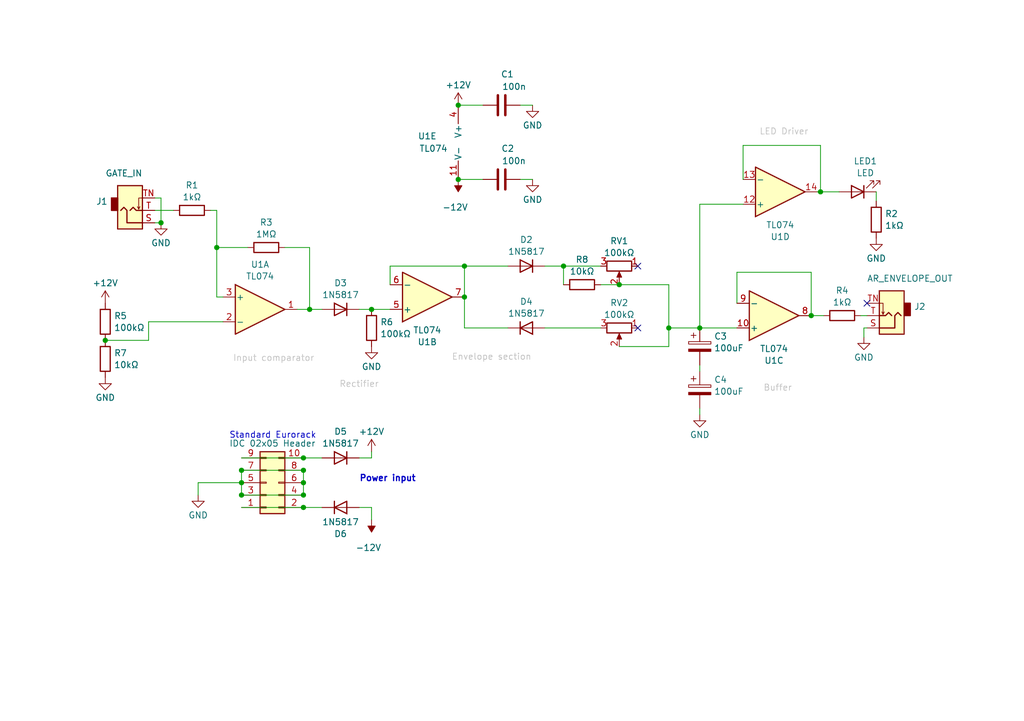
<source format=kicad_sch>
(kicad_sch
	(version 20231120)
	(generator "eeschema")
	(generator_version "8.0")
	(uuid "5577541f-4372-4493-8e70-1b60cb6cb93e")
	(paper "A5")
	(title_block
		(title "EuroClack VCO1")
	)
	(lib_symbols
		(symbol "Amplifier_Operational:TL074"
			(pin_names
				(offset 0.127)
			)
			(exclude_from_sim no)
			(in_bom yes)
			(on_board yes)
			(property "Reference" "U"
				(at 0 5.08 0)
				(effects
					(font
						(size 1.27 1.27)
					)
					(justify left)
				)
			)
			(property "Value" "TL074"
				(at 0 -5.08 0)
				(effects
					(font
						(size 1.27 1.27)
					)
					(justify left)
				)
			)
			(property "Footprint" ""
				(at -1.27 2.54 0)
				(effects
					(font
						(size 1.27 1.27)
					)
					(hide yes)
				)
			)
			(property "Datasheet" "http://www.ti.com/lit/ds/symlink/tl071.pdf"
				(at 1.27 5.08 0)
				(effects
					(font
						(size 1.27 1.27)
					)
					(hide yes)
				)
			)
			(property "Description" "Quad Low-Noise JFET-Input Operational Amplifiers, DIP-14/SOIC-14"
				(at 0 0 0)
				(effects
					(font
						(size 1.27 1.27)
					)
					(hide yes)
				)
			)
			(property "ki_locked" ""
				(at 0 0 0)
				(effects
					(font
						(size 1.27 1.27)
					)
				)
			)
			(property "ki_keywords" "quad opamp"
				(at 0 0 0)
				(effects
					(font
						(size 1.27 1.27)
					)
					(hide yes)
				)
			)
			(property "ki_fp_filters" "SOIC*3.9x8.7mm*P1.27mm* DIP*W7.62mm* TSSOP*4.4x5mm*P0.65mm* SSOP*5.3x6.2mm*P0.65mm* MSOP*3x3mm*P0.5mm*"
				(at 0 0 0)
				(effects
					(font
						(size 1.27 1.27)
					)
					(hide yes)
				)
			)
			(symbol "TL074_1_1"
				(polyline
					(pts
						(xy -5.08 5.08) (xy 5.08 0) (xy -5.08 -5.08) (xy -5.08 5.08)
					)
					(stroke
						(width 0.254)
						(type default)
					)
					(fill
						(type background)
					)
				)
				(pin output line
					(at 7.62 0 180)
					(length 2.54)
					(name "~"
						(effects
							(font
								(size 1.27 1.27)
							)
						)
					)
					(number "1"
						(effects
							(font
								(size 1.27 1.27)
							)
						)
					)
				)
				(pin input line
					(at -7.62 -2.54 0)
					(length 2.54)
					(name "-"
						(effects
							(font
								(size 1.27 1.27)
							)
						)
					)
					(number "2"
						(effects
							(font
								(size 1.27 1.27)
							)
						)
					)
				)
				(pin input line
					(at -7.62 2.54 0)
					(length 2.54)
					(name "+"
						(effects
							(font
								(size 1.27 1.27)
							)
						)
					)
					(number "3"
						(effects
							(font
								(size 1.27 1.27)
							)
						)
					)
				)
			)
			(symbol "TL074_2_1"
				(polyline
					(pts
						(xy -5.08 5.08) (xy 5.08 0) (xy -5.08 -5.08) (xy -5.08 5.08)
					)
					(stroke
						(width 0.254)
						(type default)
					)
					(fill
						(type background)
					)
				)
				(pin input line
					(at -7.62 2.54 0)
					(length 2.54)
					(name "+"
						(effects
							(font
								(size 1.27 1.27)
							)
						)
					)
					(number "5"
						(effects
							(font
								(size 1.27 1.27)
							)
						)
					)
				)
				(pin input line
					(at -7.62 -2.54 0)
					(length 2.54)
					(name "-"
						(effects
							(font
								(size 1.27 1.27)
							)
						)
					)
					(number "6"
						(effects
							(font
								(size 1.27 1.27)
							)
						)
					)
				)
				(pin output line
					(at 7.62 0 180)
					(length 2.54)
					(name "~"
						(effects
							(font
								(size 1.27 1.27)
							)
						)
					)
					(number "7"
						(effects
							(font
								(size 1.27 1.27)
							)
						)
					)
				)
			)
			(symbol "TL074_3_1"
				(polyline
					(pts
						(xy -5.08 5.08) (xy 5.08 0) (xy -5.08 -5.08) (xy -5.08 5.08)
					)
					(stroke
						(width 0.254)
						(type default)
					)
					(fill
						(type background)
					)
				)
				(pin input line
					(at -7.62 2.54 0)
					(length 2.54)
					(name "+"
						(effects
							(font
								(size 1.27 1.27)
							)
						)
					)
					(number "10"
						(effects
							(font
								(size 1.27 1.27)
							)
						)
					)
				)
				(pin output line
					(at 7.62 0 180)
					(length 2.54)
					(name "~"
						(effects
							(font
								(size 1.27 1.27)
							)
						)
					)
					(number "8"
						(effects
							(font
								(size 1.27 1.27)
							)
						)
					)
				)
				(pin input line
					(at -7.62 -2.54 0)
					(length 2.54)
					(name "-"
						(effects
							(font
								(size 1.27 1.27)
							)
						)
					)
					(number "9"
						(effects
							(font
								(size 1.27 1.27)
							)
						)
					)
				)
			)
			(symbol "TL074_4_1"
				(polyline
					(pts
						(xy -5.08 5.08) (xy 5.08 0) (xy -5.08 -5.08) (xy -5.08 5.08)
					)
					(stroke
						(width 0.254)
						(type default)
					)
					(fill
						(type background)
					)
				)
				(pin input line
					(at -7.62 2.54 0)
					(length 2.54)
					(name "+"
						(effects
							(font
								(size 1.27 1.27)
							)
						)
					)
					(number "12"
						(effects
							(font
								(size 1.27 1.27)
							)
						)
					)
				)
				(pin input line
					(at -7.62 -2.54 0)
					(length 2.54)
					(name "-"
						(effects
							(font
								(size 1.27 1.27)
							)
						)
					)
					(number "13"
						(effects
							(font
								(size 1.27 1.27)
							)
						)
					)
				)
				(pin output line
					(at 7.62 0 180)
					(length 2.54)
					(name "~"
						(effects
							(font
								(size 1.27 1.27)
							)
						)
					)
					(number "14"
						(effects
							(font
								(size 1.27 1.27)
							)
						)
					)
				)
			)
			(symbol "TL074_5_1"
				(pin power_in line
					(at -2.54 -7.62 90)
					(length 3.81)
					(name "V-"
						(effects
							(font
								(size 1.27 1.27)
							)
						)
					)
					(number "11"
						(effects
							(font
								(size 1.27 1.27)
							)
						)
					)
				)
				(pin power_in line
					(at -2.54 7.62 270)
					(length 3.81)
					(name "V+"
						(effects
							(font
								(size 1.27 1.27)
							)
						)
					)
					(number "4"
						(effects
							(font
								(size 1.27 1.27)
							)
						)
					)
				)
			)
		)
		(symbol "Connector_Audio:AudioJack2_SwitchT"
			(exclude_from_sim no)
			(in_bom yes)
			(on_board yes)
			(property "Reference" "J"
				(at 0 8.89 0)
				(effects
					(font
						(size 1.27 1.27)
					)
				)
			)
			(property "Value" "AudioJack2_SwitchT"
				(at 0 6.35 0)
				(effects
					(font
						(size 1.27 1.27)
					)
				)
			)
			(property "Footprint" ""
				(at 0 0 0)
				(effects
					(font
						(size 1.27 1.27)
					)
					(hide yes)
				)
			)
			(property "Datasheet" "~"
				(at 0 0 0)
				(effects
					(font
						(size 1.27 1.27)
					)
					(hide yes)
				)
			)
			(property "Description" "Audio Jack, 2 Poles (Mono / TS), Switched T Pole (Normalling)"
				(at 0 0 0)
				(effects
					(font
						(size 1.27 1.27)
					)
					(hide yes)
				)
			)
			(property "ki_keywords" "audio jack receptacle mono headphones phone TS connector"
				(at 0 0 0)
				(effects
					(font
						(size 1.27 1.27)
					)
					(hide yes)
				)
			)
			(property "ki_fp_filters" "Jack*"
				(at 0 0 0)
				(effects
					(font
						(size 1.27 1.27)
					)
					(hide yes)
				)
			)
			(symbol "AudioJack2_SwitchT_0_1"
				(rectangle
					(start -2.54 0)
					(end -3.81 -2.54)
					(stroke
						(width 0.254)
						(type default)
					)
					(fill
						(type outline)
					)
				)
				(polyline
					(pts
						(xy 1.778 -0.254) (xy 2.032 -0.762)
					)
					(stroke
						(width 0)
						(type default)
					)
					(fill
						(type none)
					)
				)
				(polyline
					(pts
						(xy 0 0) (xy 0.635 -0.635) (xy 1.27 0) (xy 2.54 0)
					)
					(stroke
						(width 0.254)
						(type default)
					)
					(fill
						(type none)
					)
				)
				(polyline
					(pts
						(xy 2.54 -2.54) (xy 1.778 -2.54) (xy 1.778 -0.254) (xy 1.524 -0.762)
					)
					(stroke
						(width 0)
						(type default)
					)
					(fill
						(type none)
					)
				)
				(polyline
					(pts
						(xy 2.54 2.54) (xy -0.635 2.54) (xy -0.635 0) (xy -1.27 -0.635) (xy -1.905 0)
					)
					(stroke
						(width 0.254)
						(type default)
					)
					(fill
						(type none)
					)
				)
				(rectangle
					(start 2.54 3.81)
					(end -2.54 -5.08)
					(stroke
						(width 0.254)
						(type default)
					)
					(fill
						(type background)
					)
				)
			)
			(symbol "AudioJack2_SwitchT_1_1"
				(pin passive line
					(at 5.08 2.54 180)
					(length 2.54)
					(name "~"
						(effects
							(font
								(size 1.27 1.27)
							)
						)
					)
					(number "S"
						(effects
							(font
								(size 1.27 1.27)
							)
						)
					)
				)
				(pin passive line
					(at 5.08 0 180)
					(length 2.54)
					(name "~"
						(effects
							(font
								(size 1.27 1.27)
							)
						)
					)
					(number "T"
						(effects
							(font
								(size 1.27 1.27)
							)
						)
					)
				)
				(pin passive line
					(at 5.08 -2.54 180)
					(length 2.54)
					(name "~"
						(effects
							(font
								(size 1.27 1.27)
							)
						)
					)
					(number "TN"
						(effects
							(font
								(size 1.27 1.27)
							)
						)
					)
				)
			)
		)
		(symbol "Connector_Generic:Conn_02x05_Odd_Even"
			(pin_names
				(offset 1.016) hide)
			(exclude_from_sim no)
			(in_bom yes)
			(on_board yes)
			(property "Reference" "J"
				(at 1.27 7.62 0)
				(effects
					(font
						(size 1.27 1.27)
					)
				)
			)
			(property "Value" "Conn_02x05_Odd_Even"
				(at 1.27 -7.62 0)
				(effects
					(font
						(size 1.27 1.27)
					)
				)
			)
			(property "Footprint" ""
				(at 0 0 0)
				(effects
					(font
						(size 1.27 1.27)
					)
					(hide yes)
				)
			)
			(property "Datasheet" "~"
				(at 0 0 0)
				(effects
					(font
						(size 1.27 1.27)
					)
					(hide yes)
				)
			)
			(property "Description" "Generic connector, double row, 02x05, odd/even pin numbering scheme (row 1 odd numbers, row 2 even numbers), script generated (kicad-library-utils/schlib/autogen/connector/)"
				(at 0 0 0)
				(effects
					(font
						(size 1.27 1.27)
					)
					(hide yes)
				)
			)
			(property "ki_keywords" "connector"
				(at 0 0 0)
				(effects
					(font
						(size 1.27 1.27)
					)
					(hide yes)
				)
			)
			(property "ki_fp_filters" "Connector*:*_2x??_*"
				(at 0 0 0)
				(effects
					(font
						(size 1.27 1.27)
					)
					(hide yes)
				)
			)
			(symbol "Conn_02x05_Odd_Even_1_1"
				(rectangle
					(start -1.27 -4.953)
					(end 0 -5.207)
					(stroke
						(width 0.1524)
						(type default)
					)
					(fill
						(type none)
					)
				)
				(rectangle
					(start -1.27 -2.413)
					(end 0 -2.667)
					(stroke
						(width 0.1524)
						(type default)
					)
					(fill
						(type none)
					)
				)
				(rectangle
					(start -1.27 0.127)
					(end 0 -0.127)
					(stroke
						(width 0.1524)
						(type default)
					)
					(fill
						(type none)
					)
				)
				(rectangle
					(start -1.27 2.667)
					(end 0 2.413)
					(stroke
						(width 0.1524)
						(type default)
					)
					(fill
						(type none)
					)
				)
				(rectangle
					(start -1.27 5.207)
					(end 0 4.953)
					(stroke
						(width 0.1524)
						(type default)
					)
					(fill
						(type none)
					)
				)
				(rectangle
					(start -1.27 6.35)
					(end 3.81 -6.35)
					(stroke
						(width 0.254)
						(type default)
					)
					(fill
						(type background)
					)
				)
				(rectangle
					(start 3.81 -4.953)
					(end 2.54 -5.207)
					(stroke
						(width 0.1524)
						(type default)
					)
					(fill
						(type none)
					)
				)
				(rectangle
					(start 3.81 -2.413)
					(end 2.54 -2.667)
					(stroke
						(width 0.1524)
						(type default)
					)
					(fill
						(type none)
					)
				)
				(rectangle
					(start 3.81 0.127)
					(end 2.54 -0.127)
					(stroke
						(width 0.1524)
						(type default)
					)
					(fill
						(type none)
					)
				)
				(rectangle
					(start 3.81 2.667)
					(end 2.54 2.413)
					(stroke
						(width 0.1524)
						(type default)
					)
					(fill
						(type none)
					)
				)
				(rectangle
					(start 3.81 5.207)
					(end 2.54 4.953)
					(stroke
						(width 0.1524)
						(type default)
					)
					(fill
						(type none)
					)
				)
				(pin passive line
					(at -5.08 5.08 0)
					(length 3.81)
					(name "Pin_1"
						(effects
							(font
								(size 1.27 1.27)
							)
						)
					)
					(number "1"
						(effects
							(font
								(size 1.27 1.27)
							)
						)
					)
				)
				(pin passive line
					(at 7.62 -5.08 180)
					(length 3.81)
					(name "Pin_10"
						(effects
							(font
								(size 1.27 1.27)
							)
						)
					)
					(number "10"
						(effects
							(font
								(size 1.27 1.27)
							)
						)
					)
				)
				(pin passive line
					(at 7.62 5.08 180)
					(length 3.81)
					(name "Pin_2"
						(effects
							(font
								(size 1.27 1.27)
							)
						)
					)
					(number "2"
						(effects
							(font
								(size 1.27 1.27)
							)
						)
					)
				)
				(pin passive line
					(at -5.08 2.54 0)
					(length 3.81)
					(name "Pin_3"
						(effects
							(font
								(size 1.27 1.27)
							)
						)
					)
					(number "3"
						(effects
							(font
								(size 1.27 1.27)
							)
						)
					)
				)
				(pin passive line
					(at 7.62 2.54 180)
					(length 3.81)
					(name "Pin_4"
						(effects
							(font
								(size 1.27 1.27)
							)
						)
					)
					(number "4"
						(effects
							(font
								(size 1.27 1.27)
							)
						)
					)
				)
				(pin passive line
					(at -5.08 0 0)
					(length 3.81)
					(name "Pin_5"
						(effects
							(font
								(size 1.27 1.27)
							)
						)
					)
					(number "5"
						(effects
							(font
								(size 1.27 1.27)
							)
						)
					)
				)
				(pin passive line
					(at 7.62 0 180)
					(length 3.81)
					(name "Pin_6"
						(effects
							(font
								(size 1.27 1.27)
							)
						)
					)
					(number "6"
						(effects
							(font
								(size 1.27 1.27)
							)
						)
					)
				)
				(pin passive line
					(at -5.08 -2.54 0)
					(length 3.81)
					(name "Pin_7"
						(effects
							(font
								(size 1.27 1.27)
							)
						)
					)
					(number "7"
						(effects
							(font
								(size 1.27 1.27)
							)
						)
					)
				)
				(pin passive line
					(at 7.62 -2.54 180)
					(length 3.81)
					(name "Pin_8"
						(effects
							(font
								(size 1.27 1.27)
							)
						)
					)
					(number "8"
						(effects
							(font
								(size 1.27 1.27)
							)
						)
					)
				)
				(pin passive line
					(at -5.08 -5.08 0)
					(length 3.81)
					(name "Pin_9"
						(effects
							(font
								(size 1.27 1.27)
							)
						)
					)
					(number "9"
						(effects
							(font
								(size 1.27 1.27)
							)
						)
					)
				)
			)
		)
		(symbol "Device:C"
			(pin_numbers hide)
			(pin_names
				(offset 0.254)
			)
			(exclude_from_sim no)
			(in_bom yes)
			(on_board yes)
			(property "Reference" "C"
				(at 0.635 2.54 0)
				(effects
					(font
						(size 1.27 1.27)
					)
					(justify left)
				)
			)
			(property "Value" "C"
				(at 0.635 -2.54 0)
				(effects
					(font
						(size 1.27 1.27)
					)
					(justify left)
				)
			)
			(property "Footprint" ""
				(at 0.9652 -3.81 0)
				(effects
					(font
						(size 1.27 1.27)
					)
					(hide yes)
				)
			)
			(property "Datasheet" "~"
				(at 0 0 0)
				(effects
					(font
						(size 1.27 1.27)
					)
					(hide yes)
				)
			)
			(property "Description" "Unpolarized capacitor"
				(at 0 0 0)
				(effects
					(font
						(size 1.27 1.27)
					)
					(hide yes)
				)
			)
			(property "ki_keywords" "cap capacitor"
				(at 0 0 0)
				(effects
					(font
						(size 1.27 1.27)
					)
					(hide yes)
				)
			)
			(property "ki_fp_filters" "C_*"
				(at 0 0 0)
				(effects
					(font
						(size 1.27 1.27)
					)
					(hide yes)
				)
			)
			(symbol "C_0_1"
				(polyline
					(pts
						(xy -2.032 -0.762) (xy 2.032 -0.762)
					)
					(stroke
						(width 0.508)
						(type default)
					)
					(fill
						(type none)
					)
				)
				(polyline
					(pts
						(xy -2.032 0.762) (xy 2.032 0.762)
					)
					(stroke
						(width 0.508)
						(type default)
					)
					(fill
						(type none)
					)
				)
			)
			(symbol "C_1_1"
				(pin passive line
					(at 0 3.81 270)
					(length 2.794)
					(name "~"
						(effects
							(font
								(size 1.27 1.27)
							)
						)
					)
					(number "1"
						(effects
							(font
								(size 1.27 1.27)
							)
						)
					)
				)
				(pin passive line
					(at 0 -3.81 90)
					(length 2.794)
					(name "~"
						(effects
							(font
								(size 1.27 1.27)
							)
						)
					)
					(number "2"
						(effects
							(font
								(size 1.27 1.27)
							)
						)
					)
				)
			)
		)
		(symbol "Device:C_Polarized"
			(pin_numbers hide)
			(pin_names
				(offset 0.254)
			)
			(exclude_from_sim no)
			(in_bom yes)
			(on_board yes)
			(property "Reference" "C"
				(at 0.635 2.54 0)
				(effects
					(font
						(size 1.27 1.27)
					)
					(justify left)
				)
			)
			(property "Value" "C_Polarized"
				(at 0.635 -2.54 0)
				(effects
					(font
						(size 1.27 1.27)
					)
					(justify left)
				)
			)
			(property "Footprint" ""
				(at 0.9652 -3.81 0)
				(effects
					(font
						(size 1.27 1.27)
					)
					(hide yes)
				)
			)
			(property "Datasheet" "~"
				(at 0 0 0)
				(effects
					(font
						(size 1.27 1.27)
					)
					(hide yes)
				)
			)
			(property "Description" "Polarized capacitor"
				(at 0 0 0)
				(effects
					(font
						(size 1.27 1.27)
					)
					(hide yes)
				)
			)
			(property "ki_keywords" "cap capacitor"
				(at 0 0 0)
				(effects
					(font
						(size 1.27 1.27)
					)
					(hide yes)
				)
			)
			(property "ki_fp_filters" "CP_*"
				(at 0 0 0)
				(effects
					(font
						(size 1.27 1.27)
					)
					(hide yes)
				)
			)
			(symbol "C_Polarized_0_1"
				(rectangle
					(start -2.286 0.508)
					(end 2.286 1.016)
					(stroke
						(width 0)
						(type default)
					)
					(fill
						(type none)
					)
				)
				(polyline
					(pts
						(xy -1.778 2.286) (xy -0.762 2.286)
					)
					(stroke
						(width 0)
						(type default)
					)
					(fill
						(type none)
					)
				)
				(polyline
					(pts
						(xy -1.27 2.794) (xy -1.27 1.778)
					)
					(stroke
						(width 0)
						(type default)
					)
					(fill
						(type none)
					)
				)
				(rectangle
					(start 2.286 -0.508)
					(end -2.286 -1.016)
					(stroke
						(width 0)
						(type default)
					)
					(fill
						(type outline)
					)
				)
			)
			(symbol "C_Polarized_1_1"
				(pin passive line
					(at 0 3.81 270)
					(length 2.794)
					(name "~"
						(effects
							(font
								(size 1.27 1.27)
							)
						)
					)
					(number "1"
						(effects
							(font
								(size 1.27 1.27)
							)
						)
					)
				)
				(pin passive line
					(at 0 -3.81 90)
					(length 2.794)
					(name "~"
						(effects
							(font
								(size 1.27 1.27)
							)
						)
					)
					(number "2"
						(effects
							(font
								(size 1.27 1.27)
							)
						)
					)
				)
			)
		)
		(symbol "Device:D"
			(pin_numbers hide)
			(pin_names
				(offset 1.016) hide)
			(exclude_from_sim no)
			(in_bom yes)
			(on_board yes)
			(property "Reference" "D"
				(at 0 2.54 0)
				(effects
					(font
						(size 1.27 1.27)
					)
				)
			)
			(property "Value" "D"
				(at 0 -2.54 0)
				(effects
					(font
						(size 1.27 1.27)
					)
				)
			)
			(property "Footprint" ""
				(at 0 0 0)
				(effects
					(font
						(size 1.27 1.27)
					)
					(hide yes)
				)
			)
			(property "Datasheet" "~"
				(at 0 0 0)
				(effects
					(font
						(size 1.27 1.27)
					)
					(hide yes)
				)
			)
			(property "Description" "Diode"
				(at 0 0 0)
				(effects
					(font
						(size 1.27 1.27)
					)
					(hide yes)
				)
			)
			(property "Sim.Device" "D"
				(at 0 0 0)
				(effects
					(font
						(size 1.27 1.27)
					)
					(hide yes)
				)
			)
			(property "Sim.Pins" "1=K 2=A"
				(at 0 0 0)
				(effects
					(font
						(size 1.27 1.27)
					)
					(hide yes)
				)
			)
			(property "ki_keywords" "diode"
				(at 0 0 0)
				(effects
					(font
						(size 1.27 1.27)
					)
					(hide yes)
				)
			)
			(property "ki_fp_filters" "TO-???* *_Diode_* *SingleDiode* D_*"
				(at 0 0 0)
				(effects
					(font
						(size 1.27 1.27)
					)
					(hide yes)
				)
			)
			(symbol "D_0_1"
				(polyline
					(pts
						(xy -1.27 1.27) (xy -1.27 -1.27)
					)
					(stroke
						(width 0.254)
						(type default)
					)
					(fill
						(type none)
					)
				)
				(polyline
					(pts
						(xy 1.27 0) (xy -1.27 0)
					)
					(stroke
						(width 0)
						(type default)
					)
					(fill
						(type none)
					)
				)
				(polyline
					(pts
						(xy 1.27 1.27) (xy 1.27 -1.27) (xy -1.27 0) (xy 1.27 1.27)
					)
					(stroke
						(width 0.254)
						(type default)
					)
					(fill
						(type none)
					)
				)
			)
			(symbol "D_1_1"
				(pin passive line
					(at -3.81 0 0)
					(length 2.54)
					(name "K"
						(effects
							(font
								(size 1.27 1.27)
							)
						)
					)
					(number "1"
						(effects
							(font
								(size 1.27 1.27)
							)
						)
					)
				)
				(pin passive line
					(at 3.81 0 180)
					(length 2.54)
					(name "A"
						(effects
							(font
								(size 1.27 1.27)
							)
						)
					)
					(number "2"
						(effects
							(font
								(size 1.27 1.27)
							)
						)
					)
				)
			)
		)
		(symbol "Device:LED"
			(pin_numbers hide)
			(pin_names
				(offset 1.016) hide)
			(exclude_from_sim no)
			(in_bom yes)
			(on_board yes)
			(property "Reference" "D"
				(at 0 2.54 0)
				(effects
					(font
						(size 1.27 1.27)
					)
				)
			)
			(property "Value" "LED"
				(at 0 -2.54 0)
				(effects
					(font
						(size 1.27 1.27)
					)
				)
			)
			(property "Footprint" ""
				(at 0 0 0)
				(effects
					(font
						(size 1.27 1.27)
					)
					(hide yes)
				)
			)
			(property "Datasheet" "~"
				(at 0 0 0)
				(effects
					(font
						(size 1.27 1.27)
					)
					(hide yes)
				)
			)
			(property "Description" "Light emitting diode"
				(at 0 0 0)
				(effects
					(font
						(size 1.27 1.27)
					)
					(hide yes)
				)
			)
			(property "ki_keywords" "LED diode"
				(at 0 0 0)
				(effects
					(font
						(size 1.27 1.27)
					)
					(hide yes)
				)
			)
			(property "ki_fp_filters" "LED* LED_SMD:* LED_THT:*"
				(at 0 0 0)
				(effects
					(font
						(size 1.27 1.27)
					)
					(hide yes)
				)
			)
			(symbol "LED_0_1"
				(polyline
					(pts
						(xy -1.27 -1.27) (xy -1.27 1.27)
					)
					(stroke
						(width 0.254)
						(type default)
					)
					(fill
						(type none)
					)
				)
				(polyline
					(pts
						(xy -1.27 0) (xy 1.27 0)
					)
					(stroke
						(width 0)
						(type default)
					)
					(fill
						(type none)
					)
				)
				(polyline
					(pts
						(xy 1.27 -1.27) (xy 1.27 1.27) (xy -1.27 0) (xy 1.27 -1.27)
					)
					(stroke
						(width 0.254)
						(type default)
					)
					(fill
						(type none)
					)
				)
				(polyline
					(pts
						(xy -3.048 -0.762) (xy -4.572 -2.286) (xy -3.81 -2.286) (xy -4.572 -2.286) (xy -4.572 -1.524)
					)
					(stroke
						(width 0)
						(type default)
					)
					(fill
						(type none)
					)
				)
				(polyline
					(pts
						(xy -1.778 -0.762) (xy -3.302 -2.286) (xy -2.54 -2.286) (xy -3.302 -2.286) (xy -3.302 -1.524)
					)
					(stroke
						(width 0)
						(type default)
					)
					(fill
						(type none)
					)
				)
			)
			(symbol "LED_1_1"
				(pin passive line
					(at -3.81 0 0)
					(length 2.54)
					(name "K"
						(effects
							(font
								(size 1.27 1.27)
							)
						)
					)
					(number "1"
						(effects
							(font
								(size 1.27 1.27)
							)
						)
					)
				)
				(pin passive line
					(at 3.81 0 180)
					(length 2.54)
					(name "A"
						(effects
							(font
								(size 1.27 1.27)
							)
						)
					)
					(number "2"
						(effects
							(font
								(size 1.27 1.27)
							)
						)
					)
				)
			)
		)
		(symbol "Device:R"
			(pin_numbers hide)
			(pin_names
				(offset 0)
			)
			(exclude_from_sim no)
			(in_bom yes)
			(on_board yes)
			(property "Reference" "R"
				(at 2.032 0 90)
				(effects
					(font
						(size 1.27 1.27)
					)
				)
			)
			(property "Value" "R"
				(at 0 0 90)
				(effects
					(font
						(size 1.27 1.27)
					)
				)
			)
			(property "Footprint" ""
				(at -1.778 0 90)
				(effects
					(font
						(size 1.27 1.27)
					)
					(hide yes)
				)
			)
			(property "Datasheet" "~"
				(at 0 0 0)
				(effects
					(font
						(size 1.27 1.27)
					)
					(hide yes)
				)
			)
			(property "Description" "Resistor"
				(at 0 0 0)
				(effects
					(font
						(size 1.27 1.27)
					)
					(hide yes)
				)
			)
			(property "ki_keywords" "R res resistor"
				(at 0 0 0)
				(effects
					(font
						(size 1.27 1.27)
					)
					(hide yes)
				)
			)
			(property "ki_fp_filters" "R_*"
				(at 0 0 0)
				(effects
					(font
						(size 1.27 1.27)
					)
					(hide yes)
				)
			)
			(symbol "R_0_1"
				(rectangle
					(start -1.016 -2.54)
					(end 1.016 2.54)
					(stroke
						(width 0.254)
						(type default)
					)
					(fill
						(type none)
					)
				)
			)
			(symbol "R_1_1"
				(pin passive line
					(at 0 3.81 270)
					(length 1.27)
					(name "~"
						(effects
							(font
								(size 1.27 1.27)
							)
						)
					)
					(number "1"
						(effects
							(font
								(size 1.27 1.27)
							)
						)
					)
				)
				(pin passive line
					(at 0 -3.81 90)
					(length 1.27)
					(name "~"
						(effects
							(font
								(size 1.27 1.27)
							)
						)
					)
					(number "2"
						(effects
							(font
								(size 1.27 1.27)
							)
						)
					)
				)
			)
		)
		(symbol "Device:R_Potentiometer"
			(pin_names
				(offset 1.016) hide)
			(exclude_from_sim no)
			(in_bom yes)
			(on_board yes)
			(property "Reference" "RV"
				(at -4.445 0 90)
				(effects
					(font
						(size 1.27 1.27)
					)
				)
			)
			(property "Value" "R_Potentiometer"
				(at -2.54 0 90)
				(effects
					(font
						(size 1.27 1.27)
					)
				)
			)
			(property "Footprint" ""
				(at 0 0 0)
				(effects
					(font
						(size 1.27 1.27)
					)
					(hide yes)
				)
			)
			(property "Datasheet" "~"
				(at 0 0 0)
				(effects
					(font
						(size 1.27 1.27)
					)
					(hide yes)
				)
			)
			(property "Description" "Potentiometer"
				(at 0 0 0)
				(effects
					(font
						(size 1.27 1.27)
					)
					(hide yes)
				)
			)
			(property "ki_keywords" "resistor variable"
				(at 0 0 0)
				(effects
					(font
						(size 1.27 1.27)
					)
					(hide yes)
				)
			)
			(property "ki_fp_filters" "Potentiometer*"
				(at 0 0 0)
				(effects
					(font
						(size 1.27 1.27)
					)
					(hide yes)
				)
			)
			(symbol "R_Potentiometer_0_1"
				(polyline
					(pts
						(xy 2.54 0) (xy 1.524 0)
					)
					(stroke
						(width 0)
						(type default)
					)
					(fill
						(type none)
					)
				)
				(polyline
					(pts
						(xy 1.143 0) (xy 2.286 0.508) (xy 2.286 -0.508) (xy 1.143 0)
					)
					(stroke
						(width 0)
						(type default)
					)
					(fill
						(type outline)
					)
				)
				(rectangle
					(start 1.016 2.54)
					(end -1.016 -2.54)
					(stroke
						(width 0.254)
						(type default)
					)
					(fill
						(type none)
					)
				)
			)
			(symbol "R_Potentiometer_1_1"
				(pin passive line
					(at 0 3.81 270)
					(length 1.27)
					(name "1"
						(effects
							(font
								(size 1.27 1.27)
							)
						)
					)
					(number "1"
						(effects
							(font
								(size 1.27 1.27)
							)
						)
					)
				)
				(pin passive line
					(at 3.81 0 180)
					(length 1.27)
					(name "2"
						(effects
							(font
								(size 1.27 1.27)
							)
						)
					)
					(number "2"
						(effects
							(font
								(size 1.27 1.27)
							)
						)
					)
				)
				(pin passive line
					(at 0 -3.81 90)
					(length 1.27)
					(name "3"
						(effects
							(font
								(size 1.27 1.27)
							)
						)
					)
					(number "3"
						(effects
							(font
								(size 1.27 1.27)
							)
						)
					)
				)
			)
		)
		(symbol "power:+12V"
			(power)
			(pin_names
				(offset 0)
			)
			(exclude_from_sim no)
			(in_bom yes)
			(on_board yes)
			(property "Reference" "#PWR"
				(at 0 -3.81 0)
				(effects
					(font
						(size 1.27 1.27)
					)
					(hide yes)
				)
			)
			(property "Value" "+12V"
				(at 0 3.556 0)
				(effects
					(font
						(size 1.27 1.27)
					)
				)
			)
			(property "Footprint" ""
				(at 0 0 0)
				(effects
					(font
						(size 1.27 1.27)
					)
					(hide yes)
				)
			)
			(property "Datasheet" ""
				(at 0 0 0)
				(effects
					(font
						(size 1.27 1.27)
					)
					(hide yes)
				)
			)
			(property "Description" "Power symbol creates a global label with name \"+12V\""
				(at 0 0 0)
				(effects
					(font
						(size 1.27 1.27)
					)
					(hide yes)
				)
			)
			(property "ki_keywords" "global power"
				(at 0 0 0)
				(effects
					(font
						(size 1.27 1.27)
					)
					(hide yes)
				)
			)
			(symbol "+12V_0_1"
				(polyline
					(pts
						(xy -0.762 1.27) (xy 0 2.54)
					)
					(stroke
						(width 0)
						(type default)
					)
					(fill
						(type none)
					)
				)
				(polyline
					(pts
						(xy 0 0) (xy 0 2.54)
					)
					(stroke
						(width 0)
						(type default)
					)
					(fill
						(type none)
					)
				)
				(polyline
					(pts
						(xy 0 2.54) (xy 0.762 1.27)
					)
					(stroke
						(width 0)
						(type default)
					)
					(fill
						(type none)
					)
				)
			)
			(symbol "+12V_1_1"
				(pin power_in line
					(at 0 0 90)
					(length 0) hide
					(name "+12V"
						(effects
							(font
								(size 1.27 1.27)
							)
						)
					)
					(number "1"
						(effects
							(font
								(size 1.27 1.27)
							)
						)
					)
				)
			)
		)
		(symbol "power:-12V"
			(power)
			(pin_names
				(offset 0)
			)
			(exclude_from_sim no)
			(in_bom yes)
			(on_board yes)
			(property "Reference" "#PWR"
				(at 0 2.54 0)
				(effects
					(font
						(size 1.27 1.27)
					)
					(hide yes)
				)
			)
			(property "Value" "-12V"
				(at 0 3.81 0)
				(effects
					(font
						(size 1.27 1.27)
					)
				)
			)
			(property "Footprint" ""
				(at 0 0 0)
				(effects
					(font
						(size 1.27 1.27)
					)
					(hide yes)
				)
			)
			(property "Datasheet" ""
				(at 0 0 0)
				(effects
					(font
						(size 1.27 1.27)
					)
					(hide yes)
				)
			)
			(property "Description" "Power symbol creates a global label with name \"-12V\""
				(at 0 0 0)
				(effects
					(font
						(size 1.27 1.27)
					)
					(hide yes)
				)
			)
			(property "ki_keywords" "global power"
				(at 0 0 0)
				(effects
					(font
						(size 1.27 1.27)
					)
					(hide yes)
				)
			)
			(symbol "-12V_0_0"
				(pin power_in line
					(at 0 0 90)
					(length 0) hide
					(name "-12V"
						(effects
							(font
								(size 1.27 1.27)
							)
						)
					)
					(number "1"
						(effects
							(font
								(size 1.27 1.27)
							)
						)
					)
				)
			)
			(symbol "-12V_0_1"
				(polyline
					(pts
						(xy 0 0) (xy 0 1.27) (xy 0.762 1.27) (xy 0 2.54) (xy -0.762 1.27) (xy 0 1.27)
					)
					(stroke
						(width 0)
						(type default)
					)
					(fill
						(type outline)
					)
				)
			)
		)
		(symbol "power:GND"
			(power)
			(pin_names
				(offset 0)
			)
			(exclude_from_sim no)
			(in_bom yes)
			(on_board yes)
			(property "Reference" "#PWR"
				(at 0 -6.35 0)
				(effects
					(font
						(size 1.27 1.27)
					)
					(hide yes)
				)
			)
			(property "Value" "GND"
				(at 0 -3.81 0)
				(effects
					(font
						(size 1.27 1.27)
					)
				)
			)
			(property "Footprint" ""
				(at 0 0 0)
				(effects
					(font
						(size 1.27 1.27)
					)
					(hide yes)
				)
			)
			(property "Datasheet" ""
				(at 0 0 0)
				(effects
					(font
						(size 1.27 1.27)
					)
					(hide yes)
				)
			)
			(property "Description" "Power symbol creates a global label with name \"GND\" , ground"
				(at 0 0 0)
				(effects
					(font
						(size 1.27 1.27)
					)
					(hide yes)
				)
			)
			(property "ki_keywords" "global power"
				(at 0 0 0)
				(effects
					(font
						(size 1.27 1.27)
					)
					(hide yes)
				)
			)
			(symbol "GND_0_1"
				(polyline
					(pts
						(xy 0 0) (xy 0 -1.27) (xy 1.27 -1.27) (xy 0 -2.54) (xy -1.27 -1.27) (xy 0 -1.27)
					)
					(stroke
						(width 0)
						(type default)
					)
					(fill
						(type none)
					)
				)
			)
			(symbol "GND_1_1"
				(pin power_in line
					(at 0 0 270)
					(length 0) hide
					(name "GND"
						(effects
							(font
								(size 1.27 1.27)
							)
						)
					)
					(number "1"
						(effects
							(font
								(size 1.27 1.27)
							)
						)
					)
				)
			)
		)
	)
	(junction
		(at 62.23 101.6)
		(diameter 0)
		(color 0 0 0 0)
		(uuid "229b8594-a3fd-4147-bad3-b39e15db38ef")
	)
	(junction
		(at 95.25 54.61)
		(diameter 0)
		(color 0 0 0 0)
		(uuid "326990ca-524a-43d4-8850-ba7f0447e47e")
	)
	(junction
		(at 127 58.42)
		(diameter 0)
		(color 0 0 0 0)
		(uuid "3972deeb-3527-488f-8b05-0102e918743c")
	)
	(junction
		(at 33.02 45.72)
		(diameter 0)
		(color 0 0 0 0)
		(uuid "3a5cbb0b-59e3-40bd-9e52-f515dcaa9aaf")
	)
	(junction
		(at 168.275 39.37)
		(diameter 0)
		(color 0 0 0 0)
		(uuid "3a6ee1f2-f0f1-4e54-b343-6c44b7b56a74")
	)
	(junction
		(at 93.98 21.59)
		(diameter 0)
		(color 0 0 0 0)
		(uuid "41df6562-07c5-452a-9687-fd5934bc96a6")
	)
	(junction
		(at 62.23 104.14)
		(diameter 0)
		(color 0 0 0 0)
		(uuid "4ec7ef72-b12d-4d2b-bd7d-3d5b53574bf1")
	)
	(junction
		(at 49.53 99.06)
		(diameter 0)
		(color 0 0 0 0)
		(uuid "5294b177-28ab-482d-8103-eb5c80181560")
	)
	(junction
		(at 93.98 36.83)
		(diameter 0)
		(color 0 0 0 0)
		(uuid "5799989b-b8e0-4d27-bf2b-a56b422bd29b")
	)
	(junction
		(at 21.59 69.85)
		(diameter 0)
		(color 0 0 0 0)
		(uuid "5b5e46c1-2f25-450f-8969-a271f2e2560e")
	)
	(junction
		(at 62.23 93.98)
		(diameter 0)
		(color 0 0 0 0)
		(uuid "6d90f678-c226-401a-abdd-4ebf6e53811f")
	)
	(junction
		(at 95.25 60.96)
		(diameter 0)
		(color 0 0 0 0)
		(uuid "8a89425a-81db-4f57-9c02-a9e22c15b5c7")
	)
	(junction
		(at 49.53 96.52)
		(diameter 0)
		(color 0 0 0 0)
		(uuid "96ecfeea-852f-422a-99ff-7b466da35636")
	)
	(junction
		(at 44.45 50.8)
		(diameter 0)
		(color 0 0 0 0)
		(uuid "99f551be-b9fe-4b07-81a0-27abe123c781")
	)
	(junction
		(at 76.2 63.5)
		(diameter 0)
		(color 0 0 0 0)
		(uuid "a72cc3c0-2558-4edf-8719-37db3ecde8bb")
	)
	(junction
		(at 62.23 96.52)
		(diameter 0)
		(color 0 0 0 0)
		(uuid "aee13b0e-8562-4838-b37a-9cd978a9c401")
	)
	(junction
		(at 137.16 67.31)
		(diameter 0)
		(color 0 0 0 0)
		(uuid "c0c9b77c-5c9a-4619-a354-5d77f8965b84")
	)
	(junction
		(at 49.53 101.6)
		(diameter 0)
		(color 0 0 0 0)
		(uuid "c1ae46c1-0e3a-4402-b9e6-c67cefad2176")
	)
	(junction
		(at 166.37 64.77)
		(diameter 0)
		(color 0 0 0 0)
		(uuid "c3983fd4-bb33-432f-aa2c-6b860c2c456c")
	)
	(junction
		(at 63.5 63.5)
		(diameter 0)
		(color 0 0 0 0)
		(uuid "ced3717b-820b-4bd9-98d3-10d9296b508b")
	)
	(junction
		(at 62.23 99.06)
		(diameter 0)
		(color 0 0 0 0)
		(uuid "e9dc3e2a-e30c-4e3e-b8d9-187b0c758a27")
	)
	(junction
		(at 115.57 54.61)
		(diameter 0)
		(color 0 0 0 0)
		(uuid "ec70abc3-291b-4ea7-a3ab-054459c7ec52")
	)
	(junction
		(at 143.51 67.31)
		(diameter 0)
		(color 0 0 0 0)
		(uuid "f0e4598a-8195-4104-8f49-a3e53bf8207a")
	)
	(no_connect
		(at 177.8 62.23)
		(uuid "43d75b89-43aa-4a98-9db8-fe1d387a188d")
	)
	(no_connect
		(at 130.81 67.31)
		(uuid "59621dcf-1b11-4984-a169-d6fb5078221c")
	)
	(no_connect
		(at 130.81 54.61)
		(uuid "c8f7cd87-9304-4603-8ff2-a845bd681723")
	)
	(wire
		(pts
			(xy 73.66 63.5) (xy 76.2 63.5)
		)
		(stroke
			(width 0)
			(type default)
		)
		(uuid "029d7896-b02e-47c3-ae1b-bf9fcff6933e")
	)
	(wire
		(pts
			(xy 49.53 101.6) (xy 62.23 101.6)
		)
		(stroke
			(width 0)
			(type default)
		)
		(uuid "03a8826d-e112-44a6-94e6-16a84aeda55c")
	)
	(wire
		(pts
			(xy 137.16 71.12) (xy 127 71.12)
		)
		(stroke
			(width 0)
			(type default)
		)
		(uuid "10240b4d-bf77-41a1-8af9-8afbc5dd7b59")
	)
	(wire
		(pts
			(xy 179.705 39.37) (xy 179.705 41.275)
		)
		(stroke
			(width 0)
			(type default)
		)
		(uuid "13c610ea-d945-401d-9239-ede804b1b19d")
	)
	(wire
		(pts
			(xy 33.02 45.72) (xy 31.75 45.72)
		)
		(stroke
			(width 0)
			(type default)
		)
		(uuid "14473ad2-6ae5-4fac-a059-f76447311812")
	)
	(wire
		(pts
			(xy 143.51 41.91) (xy 152.4 41.91)
		)
		(stroke
			(width 0)
			(type default)
		)
		(uuid "15363232-e179-401f-b67b-b7995712a257")
	)
	(wire
		(pts
			(xy 63.5 50.8) (xy 63.5 63.5)
		)
		(stroke
			(width 0)
			(type default)
		)
		(uuid "1f072aa1-a08a-4c31-a742-4cc078ce1c48")
	)
	(wire
		(pts
			(xy 49.53 96.52) (xy 49.53 99.06)
		)
		(stroke
			(width 0)
			(type default)
		)
		(uuid "208f5615-522c-402c-b30f-d4e1b97e8308")
	)
	(wire
		(pts
			(xy 73.66 93.98) (xy 76.2 93.98)
		)
		(stroke
			(width 0)
			(type default)
		)
		(uuid "221ce0b7-5c7d-4735-a401-eed2b7c15305")
	)
	(wire
		(pts
			(xy 62.23 93.98) (xy 66.04 93.98)
		)
		(stroke
			(width 0)
			(type default)
		)
		(uuid "269a68e3-bc61-46ef-a81a-f5a246f4d143")
	)
	(wire
		(pts
			(xy 30.48 66.04) (xy 45.72 66.04)
		)
		(stroke
			(width 0)
			(type default)
		)
		(uuid "28bbef9f-5fe7-455a-8f09-b2a7e04ec64c")
	)
	(wire
		(pts
			(xy 152.4 29.845) (xy 168.275 29.845)
		)
		(stroke
			(width 0)
			(type default)
		)
		(uuid "313e1b98-33be-49b9-9d35-b5594e727c7a")
	)
	(wire
		(pts
			(xy 73.66 104.14) (xy 76.2 104.14)
		)
		(stroke
			(width 0)
			(type default)
		)
		(uuid "3b9688ca-be33-43c6-858f-142703534ebb")
	)
	(wire
		(pts
			(xy 168.275 39.37) (xy 172.085 39.37)
		)
		(stroke
			(width 0)
			(type default)
		)
		(uuid "3bfa6039-0112-4431-82ca-4f3fcea4387a")
	)
	(wire
		(pts
			(xy 44.45 60.96) (xy 45.72 60.96)
		)
		(stroke
			(width 0)
			(type default)
		)
		(uuid "3e439ef6-ebf6-4adc-adcc-fe724d43a430")
	)
	(wire
		(pts
			(xy 62.23 104.14) (xy 66.04 104.14)
		)
		(stroke
			(width 0)
			(type default)
		)
		(uuid "441df2ba-1973-4858-aa1d-71e9d3e80c31")
	)
	(wire
		(pts
			(xy 127 58.42) (xy 137.16 58.42)
		)
		(stroke
			(width 0)
			(type default)
		)
		(uuid "45ef3e94-753b-4cbe-b37a-a376afd0e49a")
	)
	(wire
		(pts
			(xy 93.98 21.59) (xy 99.06 21.59)
		)
		(stroke
			(width 0)
			(type default)
		)
		(uuid "46adf284-81e6-40b4-919c-a647793af7b6")
	)
	(wire
		(pts
			(xy 49.53 104.14) (xy 62.23 104.14)
		)
		(stroke
			(width 0)
			(type default)
		)
		(uuid "4997957e-e510-4a47-92b4-cf3e121192ee")
	)
	(wire
		(pts
			(xy 76.2 63.5) (xy 80.01 63.5)
		)
		(stroke
			(width 0)
			(type default)
		)
		(uuid "4e160852-c24f-4e92-b00a-9ef097f93394")
	)
	(wire
		(pts
			(xy 177.165 67.31) (xy 177.165 69.215)
		)
		(stroke
			(width 0)
			(type default)
		)
		(uuid "55e05ba1-2034-48d4-a1a8-1656ef0a27e1")
	)
	(wire
		(pts
			(xy 76.2 92.71) (xy 76.2 93.98)
		)
		(stroke
			(width 0)
			(type default)
		)
		(uuid "567c96b8-3504-4712-b831-ccf6be64b51e")
	)
	(wire
		(pts
			(xy 93.98 36.83) (xy 99.06 36.83)
		)
		(stroke
			(width 0)
			(type default)
		)
		(uuid "5d9c87d4-4938-4675-9245-6b13f7877785")
	)
	(wire
		(pts
			(xy 143.51 76.2) (xy 143.51 74.93)
		)
		(stroke
			(width 0)
			(type default)
		)
		(uuid "5f05b65f-b285-4dd0-8abb-cd43e2bb6e92")
	)
	(wire
		(pts
			(xy 49.53 96.52) (xy 62.23 96.52)
		)
		(stroke
			(width 0)
			(type default)
		)
		(uuid "63c395df-5907-490f-8fc8-e311fca76d8b")
	)
	(wire
		(pts
			(xy 115.57 54.61) (xy 115.57 58.42)
		)
		(stroke
			(width 0)
			(type default)
		)
		(uuid "651cd58a-2826-4166-91bf-3ae3cf0dc4a2")
	)
	(wire
		(pts
			(xy 168.275 29.845) (xy 168.275 39.37)
		)
		(stroke
			(width 0)
			(type default)
		)
		(uuid "662d084b-6547-4152-aeb9-c8df5ca76c81")
	)
	(wire
		(pts
			(xy 95.25 54.61) (xy 95.25 60.96)
		)
		(stroke
			(width 0)
			(type default)
		)
		(uuid "689698b0-65dd-482d-b5f7-ff7378268361")
	)
	(wire
		(pts
			(xy 166.37 64.77) (xy 168.91 64.77)
		)
		(stroke
			(width 0)
			(type default)
		)
		(uuid "6900a5cb-db7b-4b12-bbd4-c7e51f4d20bc")
	)
	(wire
		(pts
			(xy 49.53 101.6) (xy 49.53 99.06)
		)
		(stroke
			(width 0)
			(type default)
		)
		(uuid "6ba1cbbe-0c13-47ce-9f0b-57f475e12242")
	)
	(wire
		(pts
			(xy 95.25 67.31) (xy 95.25 60.96)
		)
		(stroke
			(width 0)
			(type default)
		)
		(uuid "6e375638-ae14-4873-bf26-0da566701c99")
	)
	(wire
		(pts
			(xy 44.45 43.18) (xy 44.45 50.8)
		)
		(stroke
			(width 0)
			(type default)
		)
		(uuid "71a06f64-fcc8-40b3-a4cf-351afbd6ab17")
	)
	(wire
		(pts
			(xy 95.25 54.61) (xy 104.14 54.61)
		)
		(stroke
			(width 0)
			(type default)
		)
		(uuid "7303a4b1-e092-4376-b908-65becb1470ce")
	)
	(wire
		(pts
			(xy 30.48 66.04) (xy 30.48 69.85)
		)
		(stroke
			(width 0)
			(type default)
		)
		(uuid "73f648d7-24be-4dd0-b227-c303157e30ca")
	)
	(wire
		(pts
			(xy 115.57 54.61) (xy 123.19 54.61)
		)
		(stroke
			(width 0)
			(type default)
		)
		(uuid "7549178b-9d62-4f96-afaf-f22c283e1774")
	)
	(wire
		(pts
			(xy 58.42 50.8) (xy 63.5 50.8)
		)
		(stroke
			(width 0)
			(type default)
		)
		(uuid "89fb3015-712a-4e1f-abe2-fee08d63711a")
	)
	(wire
		(pts
			(xy 166.37 55.88) (xy 166.37 64.77)
		)
		(stroke
			(width 0)
			(type default)
		)
		(uuid "8aaa6d7a-95e1-4bcd-b34f-8c26776011fa")
	)
	(wire
		(pts
			(xy 137.16 67.31) (xy 143.51 67.31)
		)
		(stroke
			(width 0)
			(type default)
		)
		(uuid "8b0c6b1f-f6fa-41a4-b13e-06070624261f")
	)
	(wire
		(pts
			(xy 30.48 69.85) (xy 21.59 69.85)
		)
		(stroke
			(width 0)
			(type default)
		)
		(uuid "90104803-819e-45cf-b94d-72a2a06e7d6e")
	)
	(wire
		(pts
			(xy 123.19 58.42) (xy 127 58.42)
		)
		(stroke
			(width 0)
			(type default)
		)
		(uuid "94fb36eb-f5bf-4486-9345-1db8cae82056")
	)
	(wire
		(pts
			(xy 60.96 63.5) (xy 63.5 63.5)
		)
		(stroke
			(width 0)
			(type default)
		)
		(uuid "95317780-2310-4ae8-be7a-669ab62c9a5f")
	)
	(wire
		(pts
			(xy 176.53 64.77) (xy 177.8 64.77)
		)
		(stroke
			(width 0)
			(type default)
		)
		(uuid "9c7df4f6-db08-4770-ab47-ab2f3265c438")
	)
	(wire
		(pts
			(xy 151.13 55.88) (xy 166.37 55.88)
		)
		(stroke
			(width 0)
			(type default)
		)
		(uuid "b1e7bcd1-4471-4241-91fa-0917cec1dcdb")
	)
	(wire
		(pts
			(xy 177.8 67.31) (xy 177.165 67.31)
		)
		(stroke
			(width 0)
			(type default)
		)
		(uuid "b3309e45-2d15-451b-b85c-4d4ca949aa4a")
	)
	(wire
		(pts
			(xy 40.64 99.06) (xy 49.53 99.06)
		)
		(stroke
			(width 0)
			(type default)
		)
		(uuid "b58680b4-09ea-4379-9f3d-8f9aacf77c8d")
	)
	(wire
		(pts
			(xy 111.76 67.31) (xy 123.19 67.31)
		)
		(stroke
			(width 0)
			(type default)
		)
		(uuid "ba1ef894-cabd-4606-a1f9-5cdaeb0d4781")
	)
	(wire
		(pts
			(xy 63.5 63.5) (xy 66.04 63.5)
		)
		(stroke
			(width 0)
			(type default)
		)
		(uuid "bc6adc5a-2626-4738-807d-e60ade58d547")
	)
	(wire
		(pts
			(xy 137.16 67.31) (xy 137.16 71.12)
		)
		(stroke
			(width 0)
			(type default)
		)
		(uuid "be3726e0-dc23-41cc-b3c8-b7e59e8f3b2b")
	)
	(wire
		(pts
			(xy 143.51 41.91) (xy 143.51 67.31)
		)
		(stroke
			(width 0)
			(type default)
		)
		(uuid "bf63a272-e051-443e-b83d-9a3d0b38809e")
	)
	(wire
		(pts
			(xy 104.14 67.31) (xy 95.25 67.31)
		)
		(stroke
			(width 0)
			(type default)
		)
		(uuid "c2e6f9b6-1f16-4937-b76f-8dc6e6680afb")
	)
	(wire
		(pts
			(xy 44.45 50.8) (xy 44.45 60.96)
		)
		(stroke
			(width 0)
			(type default)
		)
		(uuid "c64d5ba5-cbb3-467b-8fce-7693150f1fb8")
	)
	(wire
		(pts
			(xy 106.68 36.83) (xy 109.22 36.83)
		)
		(stroke
			(width 0)
			(type default)
		)
		(uuid "c698840e-d5b6-4b95-ada5-e3671b335d75")
	)
	(wire
		(pts
			(xy 151.13 62.23) (xy 151.13 55.88)
		)
		(stroke
			(width 0)
			(type default)
		)
		(uuid "c7dd3694-0c7d-4efb-826b-01f56715af2a")
	)
	(wire
		(pts
			(xy 167.64 39.37) (xy 168.275 39.37)
		)
		(stroke
			(width 0)
			(type default)
		)
		(uuid "c8d8e9bb-f2f8-4df8-aa7f-0e17fc3e4498")
	)
	(wire
		(pts
			(xy 152.4 36.83) (xy 152.4 29.845)
		)
		(stroke
			(width 0)
			(type default)
		)
		(uuid "ca69244a-1790-47e7-a9f5-0d1d008b6ff9")
	)
	(wire
		(pts
			(xy 76.2 104.14) (xy 76.2 106.68)
		)
		(stroke
			(width 0)
			(type default)
		)
		(uuid "cb713dc1-bdeb-46a6-8df6-1ba7805d24be")
	)
	(wire
		(pts
			(xy 62.23 101.6) (xy 62.23 99.06)
		)
		(stroke
			(width 0)
			(type default)
		)
		(uuid "cbe1eefe-eec7-47a0-81eb-d8ea7f302a6b")
	)
	(wire
		(pts
			(xy 44.45 50.8) (xy 50.8 50.8)
		)
		(stroke
			(width 0)
			(type default)
		)
		(uuid "d3e80f7f-714b-4a16-b8a1-4ed007f265ac")
	)
	(wire
		(pts
			(xy 111.76 54.61) (xy 115.57 54.61)
		)
		(stroke
			(width 0)
			(type default)
		)
		(uuid "dd2b23c8-e979-4742-9c62-b4d542ae8ea1")
	)
	(wire
		(pts
			(xy 31.75 40.64) (xy 33.02 40.64)
		)
		(stroke
			(width 0)
			(type default)
		)
		(uuid "e0e335a1-919a-44d0-b8a6-83ff0f698bdb")
	)
	(wire
		(pts
			(xy 62.23 99.06) (xy 62.23 96.52)
		)
		(stroke
			(width 0)
			(type default)
		)
		(uuid "e3104ac6-badf-4227-90ee-6cd266105f2a")
	)
	(wire
		(pts
			(xy 40.64 101.6) (xy 40.64 99.06)
		)
		(stroke
			(width 0)
			(type default)
		)
		(uuid "e3a00a14-70a8-459b-a15e-704d5be7d5bf")
	)
	(wire
		(pts
			(xy 49.53 93.98) (xy 62.23 93.98)
		)
		(stroke
			(width 0)
			(type default)
		)
		(uuid "e40719d2-d0d7-425d-bf79-0cc276a0c126")
	)
	(wire
		(pts
			(xy 143.51 67.31) (xy 151.13 67.31)
		)
		(stroke
			(width 0)
			(type default)
		)
		(uuid "ea60dd39-1ce6-46df-bc3c-ff2897826292")
	)
	(wire
		(pts
			(xy 43.18 43.18) (xy 44.45 43.18)
		)
		(stroke
			(width 0)
			(type default)
		)
		(uuid "eada1ba0-7df6-4286-89ab-1e6b025c0932")
	)
	(wire
		(pts
			(xy 137.16 58.42) (xy 137.16 67.31)
		)
		(stroke
			(width 0)
			(type default)
		)
		(uuid "eafca4e9-b013-4251-9489-ea2608df539b")
	)
	(wire
		(pts
			(xy 80.01 58.42) (xy 80.01 54.61)
		)
		(stroke
			(width 0)
			(type default)
		)
		(uuid "efed5782-85e5-4bff-a5e6-920dea94555c")
	)
	(wire
		(pts
			(xy 143.51 83.82) (xy 143.51 85.09)
		)
		(stroke
			(width 0)
			(type default)
		)
		(uuid "f086c906-499c-4fe9-9eb7-37aca7861926")
	)
	(wire
		(pts
			(xy 31.75 43.18) (xy 35.56 43.18)
		)
		(stroke
			(width 0)
			(type default)
		)
		(uuid "f18ccb85-d3af-42c2-9f6e-e4ce8738d22b")
	)
	(wire
		(pts
			(xy 80.01 54.61) (xy 95.25 54.61)
		)
		(stroke
			(width 0)
			(type default)
		)
		(uuid "f3936f9c-805d-4e41-a0c8-ed8cd86c7425")
	)
	(wire
		(pts
			(xy 33.02 40.64) (xy 33.02 45.72)
		)
		(stroke
			(width 0)
			(type default)
		)
		(uuid "f5414bcd-62db-44b6-b6cf-9e3ac144590c")
	)
	(wire
		(pts
			(xy 106.68 21.59) (xy 109.22 21.59)
		)
		(stroke
			(width 0)
			(type default)
		)
		(uuid "faf68409-2d6c-48ce-a664-62f049f083d1")
	)
	(text "Input comparator"
		(exclude_from_sim no)
		(at 56.134 73.66 0)
		(effects
			(font
				(size 1.27 1.27)
				(color 194 194 194 1)
			)
		)
		(uuid "018d254e-a3c4-4d4a-b6b6-6670f98efb14")
	)
	(text "Standard Eurorack"
		(exclude_from_sim no)
		(at 46.99 90.17 0)
		(effects
			(font
				(size 1.27 1.27)
			)
			(justify left bottom)
		)
		(uuid "02e6b9d0-c005-4831-8bbc-bbbe9270273c")
	)
	(text "Rectifier"
		(exclude_from_sim no)
		(at 73.66 78.994 0)
		(effects
			(font
				(size 1.27 1.27)
				(color 194 194 194 1)
			)
		)
		(uuid "3fd22563-309b-4657-8a73-85dd47c342fb")
	)
	(text "Envelope section"
		(exclude_from_sim no)
		(at 100.838 73.406 0)
		(effects
			(font
				(size 1.27 1.27)
				(color 194 194 194 1)
			)
		)
		(uuid "62059690-b555-44ee-99ec-737233ae623e")
	)
	(text "LED Driver"
		(exclude_from_sim no)
		(at 160.782 27.178 0)
		(effects
			(font
				(size 1.27 1.27)
				(color 194 194 194 1)
			)
		)
		(uuid "73e8c188-8a8e-4e0e-ae61-77b4a8bc04f5")
	)
	(text "Buffer"
		(exclude_from_sim no)
		(at 159.512 79.756 0)
		(effects
			(font
				(size 1.27 1.27)
				(color 194 194 194 1)
			)
		)
		(uuid "87f05c70-728d-4d9c-bdc7-03a257a7c089")
	)
	(text "Power input\n"
		(exclude_from_sim no)
		(at 73.66 99.06 0)
		(effects
			(font
				(size 1.27 1.27)
				(thickness 0.254)
				(bold yes)
			)
			(justify left bottom)
		)
		(uuid "a345a051-9105-4a84-ba8e-9f0daeb4c616")
	)
	(symbol
		(lib_id "Device:R")
		(at 21.59 73.66 180)
		(unit 1)
		(exclude_from_sim no)
		(in_bom yes)
		(on_board yes)
		(dnp no)
		(fields_autoplaced yes)
		(uuid "02390cc8-5612-401f-9232-24bb49fc3561")
		(property "Reference" "R7"
			(at 23.368 72.4479 0)
			(effects
				(font
					(size 1.27 1.27)
				)
				(justify right)
			)
		)
		(property "Value" "10kΩ"
			(at 23.368 74.8721 0)
			(effects
				(font
					(size 1.27 1.27)
				)
				(justify right)
			)
		)
		(property "Footprint" "BYOM_General:R_Axial_DIN0204_L3.6mm_D1.6mm_P7.62mm_Horizontal"
			(at 23.368 73.66 90)
			(effects
				(font
					(size 1.27 1.27)
				)
				(hide yes)
			)
		)
		(property "Datasheet" "~"
			(at 21.59 73.66 0)
			(effects
				(font
					(size 1.27 1.27)
				)
				(hide yes)
			)
		)
		(property "Description" ""
			(at 21.59 73.66 0)
			(effects
				(font
					(size 1.27 1.27)
				)
				(hide yes)
			)
		)
		(pin "1"
			(uuid "25c6232e-44ab-45d8-b509-cb89b447e2a1")
		)
		(pin "2"
			(uuid "44d220fc-f91d-47ed-8ae5-10099f88ed74")
		)
		(instances
			(project "BYOM_Envelope_main"
				(path "/5577541f-4372-4493-8e70-1b60cb6cb93e"
					(reference "R7")
					(unit 1)
				)
			)
		)
	)
	(symbol
		(lib_id "power:GND")
		(at 21.59 77.47 0)
		(unit 1)
		(exclude_from_sim no)
		(in_bom yes)
		(on_board yes)
		(dnp no)
		(fields_autoplaced yes)
		(uuid "1d096328-df6f-42ce-935b-5664ece66766")
		(property "Reference" "#PWR010"
			(at 21.59 83.82 0)
			(effects
				(font
					(size 1.27 1.27)
				)
				(hide yes)
			)
		)
		(property "Value" "GND"
			(at 21.59 81.6031 0)
			(effects
				(font
					(size 1.27 1.27)
				)
			)
		)
		(property "Footprint" ""
			(at 21.59 77.47 0)
			(effects
				(font
					(size 1.27 1.27)
				)
				(hide yes)
			)
		)
		(property "Datasheet" ""
			(at 21.59 77.47 0)
			(effects
				(font
					(size 1.27 1.27)
				)
				(hide yes)
			)
		)
		(property "Description" ""
			(at 21.59 77.47 0)
			(effects
				(font
					(size 1.27 1.27)
				)
				(hide yes)
			)
		)
		(pin "1"
			(uuid "cf6ef197-c778-4fe3-a64a-64e4b0d397df")
		)
		(instances
			(project "BYOM_Envelope_main"
				(path "/5577541f-4372-4493-8e70-1b60cb6cb93e"
					(reference "#PWR010")
					(unit 1)
				)
			)
		)
	)
	(symbol
		(lib_id "power:GND")
		(at 40.64 101.6 0)
		(unit 1)
		(exclude_from_sim no)
		(in_bom yes)
		(on_board yes)
		(dnp no)
		(fields_autoplaced yes)
		(uuid "1d2ac37c-19b6-4bca-b2f4-8f3464018c06")
		(property "Reference" "#PWR014"
			(at 40.64 107.95 0)
			(effects
				(font
					(size 1.27 1.27)
				)
				(hide yes)
			)
		)
		(property "Value" "GND"
			(at 40.64 105.7331 0)
			(effects
				(font
					(size 1.27 1.27)
				)
			)
		)
		(property "Footprint" ""
			(at 40.64 101.6 0)
			(effects
				(font
					(size 1.27 1.27)
				)
				(hide yes)
			)
		)
		(property "Datasheet" ""
			(at 40.64 101.6 0)
			(effects
				(font
					(size 1.27 1.27)
				)
				(hide yes)
			)
		)
		(property "Description" ""
			(at 40.64 101.6 0)
			(effects
				(font
					(size 1.27 1.27)
				)
				(hide yes)
			)
		)
		(pin "1"
			(uuid "5b52a907-c20e-4916-ad87-ce6c912940ab")
		)
		(instances
			(project "BYOM_Envelope_main"
				(path "/5577541f-4372-4493-8e70-1b60cb6cb93e"
					(reference "#PWR014")
					(unit 1)
				)
			)
		)
	)
	(symbol
		(lib_id "power:-12V")
		(at 93.98 36.83 180)
		(unit 1)
		(exclude_from_sim no)
		(in_bom yes)
		(on_board yes)
		(dnp no)
		(uuid "218a9688-13ff-4e65-8dd1-76e4cff88dba")
		(property "Reference" "#PWR03"
			(at 93.98 39.37 0)
			(effects
				(font
					(size 1.27 1.27)
				)
				(hide yes)
			)
		)
		(property "Value" "-12V"
			(at 93.345 42.545 0)
			(effects
				(font
					(size 1.27 1.27)
				)
			)
		)
		(property "Footprint" ""
			(at 93.98 36.83 0)
			(effects
				(font
					(size 1.27 1.27)
				)
				(hide yes)
			)
		)
		(property "Datasheet" ""
			(at 93.98 36.83 0)
			(effects
				(font
					(size 1.27 1.27)
				)
				(hide yes)
			)
		)
		(property "Description" ""
			(at 93.98 36.83 0)
			(effects
				(font
					(size 1.27 1.27)
				)
				(hide yes)
			)
		)
		(pin "1"
			(uuid "ea278047-743e-402d-a640-ee8387f8c291")
		)
		(instances
			(project "BYOM_Envelope_main"
				(path "/5577541f-4372-4493-8e70-1b60cb6cb93e"
					(reference "#PWR03")
					(unit 1)
				)
			)
		)
	)
	(symbol
		(lib_id "power:GND")
		(at 143.51 85.09 0)
		(unit 1)
		(exclude_from_sim no)
		(in_bom yes)
		(on_board yes)
		(dnp no)
		(fields_autoplaced yes)
		(uuid "2642dded-f374-4b2d-a3bd-c9e68cd208b8")
		(property "Reference" "#PWR011"
			(at 143.51 91.44 0)
			(effects
				(font
					(size 1.27 1.27)
				)
				(hide yes)
			)
		)
		(property "Value" "GND"
			(at 143.51 89.2231 0)
			(effects
				(font
					(size 1.27 1.27)
				)
			)
		)
		(property "Footprint" ""
			(at 143.51 85.09 0)
			(effects
				(font
					(size 1.27 1.27)
				)
				(hide yes)
			)
		)
		(property "Datasheet" ""
			(at 143.51 85.09 0)
			(effects
				(font
					(size 1.27 1.27)
				)
				(hide yes)
			)
		)
		(property "Description" ""
			(at 143.51 85.09 0)
			(effects
				(font
					(size 1.27 1.27)
				)
				(hide yes)
			)
		)
		(pin "1"
			(uuid "a8dd860c-d5de-4b57-8d9b-725f5ce1fba6")
		)
		(instances
			(project "BYOM_Envelope_main"
				(path "/5577541f-4372-4493-8e70-1b60cb6cb93e"
					(reference "#PWR011")
					(unit 1)
				)
			)
		)
	)
	(symbol
		(lib_id "Device:D")
		(at 107.95 67.31 0)
		(mirror x)
		(unit 1)
		(exclude_from_sim no)
		(in_bom yes)
		(on_board yes)
		(dnp no)
		(fields_autoplaced yes)
		(uuid "2a83ee6f-db36-4d53-8c0e-3eacea515204")
		(property "Reference" "D4"
			(at 107.95 61.8957 0)
			(effects
				(font
					(size 1.27 1.27)
				)
			)
		)
		(property "Value" "1N5817"
			(at 107.95 64.3199 0)
			(effects
				(font
					(size 1.27 1.27)
				)
			)
		)
		(property "Footprint" "BYOM_General:D_TH_DO-41_P10.16mm"
			(at 107.95 67.31 0)
			(effects
				(font
					(size 1.27 1.27)
				)
				(hide yes)
			)
		)
		(property "Datasheet" "~"
			(at 107.95 67.31 0)
			(effects
				(font
					(size 1.27 1.27)
				)
				(hide yes)
			)
		)
		(property "Description" ""
			(at 107.95 67.31 0)
			(effects
				(font
					(size 1.27 1.27)
				)
				(hide yes)
			)
		)
		(property "Sim.Device" "D"
			(at 107.95 67.31 0)
			(effects
				(font
					(size 1.27 1.27)
				)
				(hide yes)
			)
		)
		(property "Sim.Pins" "1=K 2=A"
			(at 107.95 67.31 0)
			(effects
				(font
					(size 1.27 1.27)
				)
				(hide yes)
			)
		)
		(pin "1"
			(uuid "7534c299-e0e0-4587-a3d4-6ee25cb29fcd")
		)
		(pin "2"
			(uuid "5efe0b66-08c5-4c17-8087-19f95f68a18a")
		)
		(instances
			(project "BYOM_Envelope_main"
				(path "/5577541f-4372-4493-8e70-1b60cb6cb93e"
					(reference "D4")
					(unit 1)
				)
			)
		)
	)
	(symbol
		(lib_id "Device:R")
		(at 76.2 67.31 180)
		(unit 1)
		(exclude_from_sim no)
		(in_bom yes)
		(on_board yes)
		(dnp no)
		(fields_autoplaced yes)
		(uuid "2d2efe32-59a0-46be-938a-3c8ff57fb411")
		(property "Reference" "R6"
			(at 77.978 66.0978 0)
			(effects
				(font
					(size 1.27 1.27)
				)
				(justify right)
			)
		)
		(property "Value" "100kΩ"
			(at 77.978 68.5221 0)
			(effects
				(font
					(size 1.27 1.27)
				)
				(justify right)
			)
		)
		(property "Footprint" "BYOM_General:R_Axial_DIN0204_L3.6mm_D1.6mm_P7.62mm_Horizontal"
			(at 77.978 67.31 90)
			(effects
				(font
					(size 1.27 1.27)
				)
				(hide yes)
			)
		)
		(property "Datasheet" "~"
			(at 76.2 67.31 0)
			(effects
				(font
					(size 1.27 1.27)
				)
				(hide yes)
			)
		)
		(property "Description" ""
			(at 76.2 67.31 0)
			(effects
				(font
					(size 1.27 1.27)
				)
				(hide yes)
			)
		)
		(pin "1"
			(uuid "28ff5342-6eef-4a29-a0b1-582049e944ac")
		)
		(pin "2"
			(uuid "bf23290c-903a-49ae-966e-232a23df6a91")
		)
		(instances
			(project "BYOM_Envelope_main"
				(path "/5577541f-4372-4493-8e70-1b60cb6cb93e"
					(reference "R6")
					(unit 1)
				)
			)
		)
	)
	(symbol
		(lib_id "Device:C")
		(at 102.87 21.59 270)
		(unit 1)
		(exclude_from_sim no)
		(in_bom yes)
		(on_board yes)
		(dnp no)
		(uuid "375844fd-63e3-40a7-b7f2-6d215ab8de5c")
		(property "Reference" "C1"
			(at 105.41 15.24 90)
			(effects
				(font
					(size 1.27 1.27)
				)
				(justify right)
			)
		)
		(property "Value" "100n"
			(at 107.95 17.78 90)
			(effects
				(font
					(size 1.27 1.27)
				)
				(justify right)
			)
		)
		(property "Footprint" "BYOM_General:C_TH_Disc_P5.00mm"
			(at 99.06 22.5552 0)
			(effects
				(font
					(size 1.27 1.27)
				)
				(hide yes)
			)
		)
		(property "Datasheet" "~"
			(at 102.87 21.59 0)
			(effects
				(font
					(size 1.27 1.27)
				)
				(hide yes)
			)
		)
		(property "Description" ""
			(at 102.87 21.59 0)
			(effects
				(font
					(size 1.27 1.27)
				)
				(hide yes)
			)
		)
		(pin "1"
			(uuid "81555128-7920-4c7b-a457-f94062f5b504")
		)
		(pin "2"
			(uuid "d57873be-a353-40f5-96cd-fc52424fbf01")
		)
		(instances
			(project "BYOM_Envelope_main"
				(path "/5577541f-4372-4493-8e70-1b60cb6cb93e"
					(reference "C1")
					(unit 1)
				)
			)
		)
	)
	(symbol
		(lib_id "power:GND")
		(at 179.705 48.895 0)
		(unit 1)
		(exclude_from_sim no)
		(in_bom yes)
		(on_board yes)
		(dnp no)
		(fields_autoplaced yes)
		(uuid "3d4cb2f4-f379-4f49-b6d2-10e3aea90315")
		(property "Reference" "#PWR06"
			(at 179.705 55.245 0)
			(effects
				(font
					(size 1.27 1.27)
				)
				(hide yes)
			)
		)
		(property "Value" "GND"
			(at 179.705 53.0281 0)
			(effects
				(font
					(size 1.27 1.27)
				)
			)
		)
		(property "Footprint" ""
			(at 179.705 48.895 0)
			(effects
				(font
					(size 1.27 1.27)
				)
				(hide yes)
			)
		)
		(property "Datasheet" ""
			(at 179.705 48.895 0)
			(effects
				(font
					(size 1.27 1.27)
				)
				(hide yes)
			)
		)
		(property "Description" ""
			(at 179.705 48.895 0)
			(effects
				(font
					(size 1.27 1.27)
				)
				(hide yes)
			)
		)
		(pin "1"
			(uuid "68b150e9-2c22-4a0f-80be-78a7bb965d88")
		)
		(instances
			(project "BYOM_Envelope_main"
				(path "/5577541f-4372-4493-8e70-1b60cb6cb93e"
					(reference "#PWR06")
					(unit 1)
				)
			)
		)
	)
	(symbol
		(lib_id "Device:R")
		(at 119.38 58.42 270)
		(unit 1)
		(exclude_from_sim no)
		(in_bom yes)
		(on_board yes)
		(dnp no)
		(fields_autoplaced yes)
		(uuid "3ef1edcf-dfe8-43d3-9098-77d0e21d954e")
		(property "Reference" "R8"
			(at 119.38 53.2595 90)
			(effects
				(font
					(size 1.27 1.27)
				)
			)
		)
		(property "Value" "10kΩ"
			(at 119.38 55.6838 90)
			(effects
				(font
					(size 1.27 1.27)
				)
			)
		)
		(property "Footprint" "BYOM_General:R_Axial_DIN0204_L3.6mm_D1.6mm_P7.62mm_Horizontal"
			(at 119.38 56.642 90)
			(effects
				(font
					(size 1.27 1.27)
				)
				(hide yes)
			)
		)
		(property "Datasheet" "~"
			(at 119.38 58.42 0)
			(effects
				(font
					(size 1.27 1.27)
				)
				(hide yes)
			)
		)
		(property "Description" ""
			(at 119.38 58.42 0)
			(effects
				(font
					(size 1.27 1.27)
				)
				(hide yes)
			)
		)
		(pin "1"
			(uuid "623e37af-7ac4-4bf2-8c08-cf51a6860f37")
		)
		(pin "2"
			(uuid "fad06e4c-6378-4938-b8da-aee4ca32f300")
		)
		(instances
			(project "BYOM_Envelope_main"
				(path "/5577541f-4372-4493-8e70-1b60cb6cb93e"
					(reference "R8")
					(unit 1)
				)
			)
		)
	)
	(symbol
		(lib_id "Device:LED")
		(at 175.895 39.37 180)
		(unit 1)
		(exclude_from_sim no)
		(in_bom yes)
		(on_board yes)
		(dnp no)
		(fields_autoplaced yes)
		(uuid "41420f13-e771-4d65-bd8d-3f8695838d7c")
		(property "Reference" "LED1"
			(at 177.4825 33.0667 0)
			(effects
				(font
					(size 1.27 1.27)
				)
			)
		)
		(property "Value" "LED"
			(at 177.4825 35.4909 0)
			(effects
				(font
					(size 1.27 1.27)
				)
			)
		)
		(property "Footprint" "BYOM_General:LED_D3.0mm"
			(at 175.895 39.37 0)
			(effects
				(font
					(size 1.27 1.27)
				)
				(hide yes)
			)
		)
		(property "Datasheet" "~"
			(at 175.895 39.37 0)
			(effects
				(font
					(size 1.27 1.27)
				)
				(hide yes)
			)
		)
		(property "Description" ""
			(at 175.895 39.37 0)
			(effects
				(font
					(size 1.27 1.27)
				)
				(hide yes)
			)
		)
		(pin "2"
			(uuid "e1832b20-29d5-488d-8aa9-0871006851aa")
		)
		(pin "1"
			(uuid "217d5e5f-4866-4deb-b4a8-6da370969052")
		)
		(instances
			(project "BYOM_Envelope_main"
				(path "/5577541f-4372-4493-8e70-1b60cb6cb93e"
					(reference "LED1")
					(unit 1)
				)
			)
		)
	)
	(symbol
		(lib_id "Device:R")
		(at 172.72 64.77 90)
		(unit 1)
		(exclude_from_sim no)
		(in_bom yes)
		(on_board yes)
		(dnp no)
		(uuid "42cee32b-c523-432b-8277-30cf33254f11")
		(property "Reference" "R4"
			(at 172.72 59.6097 90)
			(effects
				(font
					(size 1.27 1.27)
				)
			)
		)
		(property "Value" "1kΩ"
			(at 172.72 62.0339 90)
			(effects
				(font
					(size 1.27 1.27)
				)
			)
		)
		(property "Footprint" "BYOM_General:R_Axial_DIN0204_L3.6mm_D1.6mm_P7.62mm_Horizontal"
			(at 172.72 66.548 90)
			(effects
				(font
					(size 1.27 1.27)
				)
				(hide yes)
			)
		)
		(property "Datasheet" "~"
			(at 172.72 64.77 0)
			(effects
				(font
					(size 1.27 1.27)
				)
				(hide yes)
			)
		)
		(property "Description" ""
			(at 172.72 64.77 0)
			(effects
				(font
					(size 1.27 1.27)
				)
				(hide yes)
			)
		)
		(pin "1"
			(uuid "aa2788bc-f374-4755-b607-526e4abe6e2d")
		)
		(pin "2"
			(uuid "983a4307-aacf-4633-ad7f-fd2fe98db260")
		)
		(instances
			(project "BYOM_Envelope_main"
				(path "/5577541f-4372-4493-8e70-1b60cb6cb93e"
					(reference "R4")
					(unit 1)
				)
			)
		)
	)
	(symbol
		(lib_id "Device:R_Potentiometer")
		(at 127 67.31 270)
		(unit 1)
		(exclude_from_sim no)
		(in_bom yes)
		(on_board yes)
		(dnp no)
		(uuid "43ac83e8-9c29-422e-9c41-475e67a69c58")
		(property "Reference" "RV2"
			(at 127 62.1497 90)
			(effects
				(font
					(size 1.27 1.27)
				)
			)
		)
		(property "Value" "100kΩ"
			(at 127 64.5739 90)
			(effects
				(font
					(size 1.27 1.27)
				)
			)
		)
		(property "Footprint" "BYOM_General:POT_TH_Alps_RK09K_Single_Vertical"
			(at 127 67.31 0)
			(effects
				(font
					(size 1.27 1.27)
				)
				(hide yes)
			)
		)
		(property "Datasheet" "~"
			(at 127 67.31 0)
			(effects
				(font
					(size 1.27 1.27)
				)
				(hide yes)
			)
		)
		(property "Description" ""
			(at 127 67.31 0)
			(effects
				(font
					(size 1.27 1.27)
				)
				(hide yes)
			)
		)
		(pin "2"
			(uuid "b25f7d95-8a79-490a-8466-1fd66f5f556c")
		)
		(pin "3"
			(uuid "38a926d5-170f-4aa8-b25c-478053d89a03")
		)
		(pin "1"
			(uuid "bd2b9927-5722-4add-bf87-34a9106a7b9b")
		)
		(instances
			(project "BYOM_Envelope_main"
				(path "/5577541f-4372-4493-8e70-1b60cb6cb93e"
					(reference "RV2")
					(unit 1)
				)
			)
		)
	)
	(symbol
		(lib_id "power:+12V")
		(at 76.2 92.71 0)
		(unit 1)
		(exclude_from_sim no)
		(in_bom yes)
		(on_board yes)
		(dnp no)
		(fields_autoplaced yes)
		(uuid "4c660bff-c9ff-4fa5-9de1-0df4dce3a314")
		(property "Reference" "#PWR013"
			(at 76.2 96.52 0)
			(effects
				(font
					(size 1.27 1.27)
				)
				(hide yes)
			)
		)
		(property "Value" "+12V"
			(at 76.2 88.5769 0)
			(effects
				(font
					(size 1.27 1.27)
				)
			)
		)
		(property "Footprint" ""
			(at 76.2 92.71 0)
			(effects
				(font
					(size 1.27 1.27)
				)
				(hide yes)
			)
		)
		(property "Datasheet" ""
			(at 76.2 92.71 0)
			(effects
				(font
					(size 1.27 1.27)
				)
				(hide yes)
			)
		)
		(property "Description" ""
			(at 76.2 92.71 0)
			(effects
				(font
					(size 1.27 1.27)
				)
				(hide yes)
			)
		)
		(pin "1"
			(uuid "51ca754b-b0e9-4154-becf-d6197a83d812")
		)
		(instances
			(project "BYOM_Envelope_main"
				(path "/5577541f-4372-4493-8e70-1b60cb6cb93e"
					(reference "#PWR013")
					(unit 1)
				)
			)
		)
	)
	(symbol
		(lib_id "power:GND")
		(at 33.02 45.72 0)
		(unit 1)
		(exclude_from_sim no)
		(in_bom yes)
		(on_board yes)
		(dnp no)
		(fields_autoplaced yes)
		(uuid "58d50a36-b2d4-4ba7-8199-845aca679a5a")
		(property "Reference" "#PWR05"
			(at 33.02 52.07 0)
			(effects
				(font
					(size 1.27 1.27)
				)
				(hide yes)
			)
		)
		(property "Value" "GND"
			(at 33.02 49.8531 0)
			(effects
				(font
					(size 1.27 1.27)
				)
			)
		)
		(property "Footprint" ""
			(at 33.02 45.72 0)
			(effects
				(font
					(size 1.27 1.27)
				)
				(hide yes)
			)
		)
		(property "Datasheet" ""
			(at 33.02 45.72 0)
			(effects
				(font
					(size 1.27 1.27)
				)
				(hide yes)
			)
		)
		(property "Description" ""
			(at 33.02 45.72 0)
			(effects
				(font
					(size 1.27 1.27)
				)
				(hide yes)
			)
		)
		(pin "1"
			(uuid "fead5892-2023-408f-8bc6-0207319d01d5")
		)
		(instances
			(project "BYOM_Envelope_main"
				(path "/5577541f-4372-4493-8e70-1b60cb6cb93e"
					(reference "#PWR05")
					(unit 1)
				)
			)
		)
	)
	(symbol
		(lib_id "Device:D")
		(at 107.95 54.61 0)
		(mirror y)
		(unit 1)
		(exclude_from_sim no)
		(in_bom yes)
		(on_board yes)
		(dnp no)
		(fields_autoplaced yes)
		(uuid "6125aa87-4626-4159-9731-965bccf461d2")
		(property "Reference" "D2"
			(at 107.95 49.1957 0)
			(effects
				(font
					(size 1.27 1.27)
				)
			)
		)
		(property "Value" "1N5817"
			(at 107.95 51.6199 0)
			(effects
				(font
					(size 1.27 1.27)
				)
			)
		)
		(property "Footprint" "BYOM_General:D_TH_DO-41_P10.16mm"
			(at 107.95 54.61 0)
			(effects
				(font
					(size 1.27 1.27)
				)
				(hide yes)
			)
		)
		(property "Datasheet" "~"
			(at 107.95 54.61 0)
			(effects
				(font
					(size 1.27 1.27)
				)
				(hide yes)
			)
		)
		(property "Description" ""
			(at 107.95 54.61 0)
			(effects
				(font
					(size 1.27 1.27)
				)
				(hide yes)
			)
		)
		(property "Sim.Device" "D"
			(at 107.95 54.61 0)
			(effects
				(font
					(size 1.27 1.27)
				)
				(hide yes)
			)
		)
		(property "Sim.Pins" "1=K 2=A"
			(at 107.95 54.61 0)
			(effects
				(font
					(size 1.27 1.27)
				)
				(hide yes)
			)
		)
		(pin "1"
			(uuid "d3be1d8b-ba6c-460f-a498-77bd082c1f30")
		)
		(pin "2"
			(uuid "0e6182eb-da87-4b26-b3d1-eeb1204e4bb3")
		)
		(instances
			(project "BYOM_Envelope_main"
				(path "/5577541f-4372-4493-8e70-1b60cb6cb93e"
					(reference "D2")
					(unit 1)
				)
			)
		)
	)
	(symbol
		(lib_id "Connector_Audio:AudioJack2_SwitchT")
		(at 26.67 43.18 0)
		(mirror x)
		(unit 1)
		(exclude_from_sim no)
		(in_bom yes)
		(on_board yes)
		(dnp no)
		(uuid "6adf250d-407e-4313-bc2f-24d3baceb87f")
		(property "Reference" "J1"
			(at 22.098 41.3329 0)
			(effects
				(font
					(size 1.27 1.27)
				)
				(justify right)
			)
		)
		(property "Value" "GATE_IN"
			(at 29.21 35.56 0)
			(effects
				(font
					(size 1.27 1.27)
				)
				(justify right)
			)
		)
		(property "Footprint" "BYOM_General:Jack_3.5mm_QingPu_WQP-PJ398SM_Vertical"
			(at 26.67 43.18 0)
			(effects
				(font
					(size 1.27 1.27)
				)
				(hide yes)
			)
		)
		(property "Datasheet" "~"
			(at 26.67 43.18 0)
			(effects
				(font
					(size 1.27 1.27)
				)
				(hide yes)
			)
		)
		(property "Description" ""
			(at 26.67 43.18 0)
			(effects
				(font
					(size 1.27 1.27)
				)
				(hide yes)
			)
		)
		(pin "S"
			(uuid "90bc9680-084d-4037-8463-30ae80edd424")
		)
		(pin "T"
			(uuid "eae51980-cd43-4f31-98dc-39786d21d034")
		)
		(pin "TN"
			(uuid "2d822272-23c4-427a-ba5c-5de2033d471d")
		)
		(instances
			(project "BYOM_Envelope_main"
				(path "/5577541f-4372-4493-8e70-1b60cb6cb93e"
					(reference "J1")
					(unit 1)
				)
			)
		)
	)
	(symbol
		(lib_id "Device:D")
		(at 69.85 104.14 0)
		(mirror x)
		(unit 1)
		(exclude_from_sim no)
		(in_bom yes)
		(on_board yes)
		(dnp no)
		(fields_autoplaced yes)
		(uuid "7d14066f-0764-42fc-9f39-53ffb17e9a63")
		(property "Reference" "D6"
			(at 69.85 109.5543 0)
			(effects
				(font
					(size 1.27 1.27)
				)
			)
		)
		(property "Value" "1N5817"
			(at 69.85 107.1301 0)
			(effects
				(font
					(size 1.27 1.27)
				)
			)
		)
		(property "Footprint" "BYOM_General:D_TH_DO-41_P10.16mm"
			(at 69.85 104.14 0)
			(effects
				(font
					(size 1.27 1.27)
				)
				(hide yes)
			)
		)
		(property "Datasheet" "~"
			(at 69.85 104.14 0)
			(effects
				(font
					(size 1.27 1.27)
				)
				(hide yes)
			)
		)
		(property "Description" ""
			(at 69.85 104.14 0)
			(effects
				(font
					(size 1.27 1.27)
				)
				(hide yes)
			)
		)
		(property "Sim.Device" "D"
			(at 69.85 104.14 0)
			(effects
				(font
					(size 1.27 1.27)
				)
				(hide yes)
			)
		)
		(property "Sim.Pins" "1=K 2=A"
			(at 69.85 104.14 0)
			(effects
				(font
					(size 1.27 1.27)
				)
				(hide yes)
			)
		)
		(pin "1"
			(uuid "490408e4-785c-4923-86ed-fcc0abb69585")
		)
		(pin "2"
			(uuid "5bfe98e3-7988-4b32-be51-7326624bb8a9")
		)
		(instances
			(project "BYOM_Envelope_main"
				(path "/5577541f-4372-4493-8e70-1b60cb6cb93e"
					(reference "D6")
					(unit 1)
				)
			)
		)
	)
	(symbol
		(lib_id "Device:D")
		(at 69.85 63.5 0)
		(mirror y)
		(unit 1)
		(exclude_from_sim no)
		(in_bom yes)
		(on_board yes)
		(dnp no)
		(fields_autoplaced yes)
		(uuid "8519618e-c6fc-41f5-98ad-eb6c37b4998c")
		(property "Reference" "D3"
			(at 69.85 58.0857 0)
			(effects
				(font
					(size 1.27 1.27)
				)
			)
		)
		(property "Value" "1N5817"
			(at 69.85 60.5099 0)
			(effects
				(font
					(size 1.27 1.27)
				)
			)
		)
		(property "Footprint" "BYOM_General:D_TH_DO-41_P10.16mm"
			(at 69.85 63.5 0)
			(effects
				(font
					(size 1.27 1.27)
				)
				(hide yes)
			)
		)
		(property "Datasheet" "~"
			(at 69.85 63.5 0)
			(effects
				(font
					(size 1.27 1.27)
				)
				(hide yes)
			)
		)
		(property "Description" ""
			(at 69.85 63.5 0)
			(effects
				(font
					(size 1.27 1.27)
				)
				(hide yes)
			)
		)
		(property "Sim.Device" "D"
			(at 69.85 63.5 0)
			(effects
				(font
					(size 1.27 1.27)
				)
				(hide yes)
			)
		)
		(property "Sim.Pins" "1=K 2=A"
			(at 69.85 63.5 0)
			(effects
				(font
					(size 1.27 1.27)
				)
				(hide yes)
			)
		)
		(pin "1"
			(uuid "3092bed8-801f-431d-ab0b-6f59e482d8c0")
		)
		(pin "2"
			(uuid "37fee5cf-5642-42a0-a581-92d2d8438eb8")
		)
		(instances
			(project "BYOM_Envelope_main"
				(path "/5577541f-4372-4493-8e70-1b60cb6cb93e"
					(reference "D3")
					(unit 1)
				)
			)
		)
	)
	(symbol
		(lib_id "power:GND")
		(at 109.22 36.83 0)
		(unit 1)
		(exclude_from_sim no)
		(in_bom yes)
		(on_board yes)
		(dnp no)
		(fields_autoplaced yes)
		(uuid "87007be4-4872-4718-b942-1d5cefcba652")
		(property "Reference" "#PWR04"
			(at 109.22 43.18 0)
			(effects
				(font
					(size 1.27 1.27)
				)
				(hide yes)
			)
		)
		(property "Value" "GND"
			(at 109.22 40.9631 0)
			(effects
				(font
					(size 1.27 1.27)
				)
			)
		)
		(property "Footprint" ""
			(at 109.22 36.83 0)
			(effects
				(font
					(size 1.27 1.27)
				)
				(hide yes)
			)
		)
		(property "Datasheet" ""
			(at 109.22 36.83 0)
			(effects
				(font
					(size 1.27 1.27)
				)
				(hide yes)
			)
		)
		(property "Description" ""
			(at 109.22 36.83 0)
			(effects
				(font
					(size 1.27 1.27)
				)
				(hide yes)
			)
		)
		(pin "1"
			(uuid "71ec2d2c-c769-4b43-b1df-110a417f8686")
		)
		(instances
			(project "BYOM_Envelope_main"
				(path "/5577541f-4372-4493-8e70-1b60cb6cb93e"
					(reference "#PWR04")
					(unit 1)
				)
			)
		)
	)
	(symbol
		(lib_id "Connector_Audio:AudioJack2_SwitchT")
		(at 182.88 64.77 180)
		(unit 1)
		(exclude_from_sim no)
		(in_bom yes)
		(on_board yes)
		(dnp no)
		(uuid "8787ba03-bf9e-4abf-a597-36497ca0b8e1")
		(property "Reference" "J2"
			(at 187.452 62.9229 0)
			(effects
				(font
					(size 1.27 1.27)
				)
				(justify right)
			)
		)
		(property "Value" "AR_ENVELOPE_OUT"
			(at 177.8 57.15 0)
			(effects
				(font
					(size 1.27 1.27)
				)
				(justify right)
			)
		)
		(property "Footprint" "BYOM_General:Jack_3.5mm_QingPu_WQP-PJ398SM_Vertical"
			(at 182.88 64.77 0)
			(effects
				(font
					(size 1.27 1.27)
				)
				(hide yes)
			)
		)
		(property "Datasheet" "~"
			(at 182.88 64.77 0)
			(effects
				(font
					(size 1.27 1.27)
				)
				(hide yes)
			)
		)
		(property "Description" ""
			(at 182.88 64.77 0)
			(effects
				(font
					(size 1.27 1.27)
				)
				(hide yes)
			)
		)
		(pin "S"
			(uuid "646a4a7e-2145-4442-8406-b61ba59281b0")
		)
		(pin "T"
			(uuid "9bcbb110-056d-475f-ba35-a382e8760abb")
		)
		(pin "TN"
			(uuid "25334ddd-06fb-4a25-aa9e-5b58f6838b78")
		)
		(instances
			(project "BYOM_Envelope_main"
				(path "/5577541f-4372-4493-8e70-1b60cb6cb93e"
					(reference "J2")
					(unit 1)
				)
			)
		)
	)
	(symbol
		(lib_id "Device:C_Polarized")
		(at 143.51 80.01 0)
		(unit 1)
		(exclude_from_sim no)
		(in_bom yes)
		(on_board yes)
		(dnp no)
		(fields_autoplaced yes)
		(uuid "8a01c2e4-c83b-409e-9431-a8b1d4ac468e")
		(property "Reference" "C4"
			(at 146.431 77.9088 0)
			(effects
				(font
					(size 1.27 1.27)
				)
				(justify left)
			)
		)
		(property "Value" "100uF"
			(at 146.431 80.3331 0)
			(effects
				(font
					(size 1.27 1.27)
				)
				(justify left)
			)
		)
		(property "Footprint" "BYOM_General:C_TH_Elec_5mm_P2mm"
			(at 144.4752 83.82 0)
			(effects
				(font
					(size 1.27 1.27)
				)
				(hide yes)
			)
		)
		(property "Datasheet" "~"
			(at 143.51 80.01 0)
			(effects
				(font
					(size 1.27 1.27)
				)
				(hide yes)
			)
		)
		(property "Description" ""
			(at 143.51 80.01 0)
			(effects
				(font
					(size 1.27 1.27)
				)
				(hide yes)
			)
		)
		(pin "1"
			(uuid "33cc1f5e-8337-4d0b-9882-97471f38f945")
		)
		(pin "2"
			(uuid "913b3c62-1adc-4af0-a45e-4da8624fab3a")
		)
		(instances
			(project "BYOM_Envelope_main"
				(path "/5577541f-4372-4493-8e70-1b60cb6cb93e"
					(reference "C4")
					(unit 1)
				)
			)
		)
	)
	(symbol
		(lib_id "Amplifier_Operational:TL074")
		(at 158.75 64.77 0)
		(mirror x)
		(unit 3)
		(exclude_from_sim no)
		(in_bom yes)
		(on_board yes)
		(dnp no)
		(fields_autoplaced yes)
		(uuid "8d618ae7-3489-4880-9997-0dff16e72cd1")
		(property "Reference" "U1"
			(at 158.75 73.9943 0)
			(effects
				(font
					(size 1.27 1.27)
				)
			)
		)
		(property "Value" "TL074"
			(at 158.75 71.5701 0)
			(effects
				(font
					(size 1.27 1.27)
				)
			)
		)
		(property "Footprint" "BYOM_General:DIP-14_W7.62mm_LongPads_copy"
			(at 157.48 67.31 0)
			(effects
				(font
					(size 1.27 1.27)
				)
				(hide yes)
			)
		)
		(property "Datasheet" "http://www.ti.com/lit/ds/symlink/tl071.pdf"
			(at 160.02 69.85 0)
			(effects
				(font
					(size 1.27 1.27)
				)
				(hide yes)
			)
		)
		(property "Description" ""
			(at 158.75 64.77 0)
			(effects
				(font
					(size 1.27 1.27)
				)
				(hide yes)
			)
		)
		(pin "9"
			(uuid "a1d1546e-8b4b-44ea-a8c8-f3cec88e26ab")
		)
		(pin "4"
			(uuid "2b506197-e05a-40e4-95ab-d79bb15f546b")
		)
		(pin "10"
			(uuid "a868d1ab-ce79-4a64-880a-a505ddc3aeb8")
		)
		(pin "5"
			(uuid "22573e9c-0af2-4249-81bd-f377e25eb81e")
		)
		(pin "13"
			(uuid "e83de39b-cb0d-42b1-a941-1d5498e18340")
		)
		(pin "8"
			(uuid "dd53eae9-5923-4ba9-b7a8-108357f1ea71")
		)
		(pin "6"
			(uuid "f2349b93-ebc8-4eb1-8e69-89c574ea8226")
		)
		(pin "11"
			(uuid "1555def5-ed0d-42b5-9945-5733b32f7720")
		)
		(pin "3"
			(uuid "dc59a69e-b299-48d8-9e9a-a25e838a7c4f")
		)
		(pin "2"
			(uuid "b9e9eaa2-0b36-475b-bd1d-ce7d2e04782d")
		)
		(pin "7"
			(uuid "61919adb-83fc-48c1-8c8a-1e0814393834")
		)
		(pin "12"
			(uuid "87952000-e2ed-40c3-aef1-2c89915e75fa")
		)
		(pin "1"
			(uuid "a99ea118-7911-4601-970f-837fa94eb94b")
		)
		(pin "14"
			(uuid "d1ba9a9f-fe65-4aee-b112-d2e32760ec50")
		)
		(instances
			(project "BYOM_Envelope_main"
				(path "/5577541f-4372-4493-8e70-1b60cb6cb93e"
					(reference "U1")
					(unit 3)
				)
			)
		)
	)
	(symbol
		(lib_id "power:GND")
		(at 76.2 71.12 0)
		(unit 1)
		(exclude_from_sim no)
		(in_bom yes)
		(on_board yes)
		(dnp no)
		(fields_autoplaced yes)
		(uuid "8faf81a2-06eb-45de-adba-3246bd95400a")
		(property "Reference" "#PWR09"
			(at 76.2 77.47 0)
			(effects
				(font
					(size 1.27 1.27)
				)
				(hide yes)
			)
		)
		(property "Value" "GND"
			(at 76.2 75.2531 0)
			(effects
				(font
					(size 1.27 1.27)
				)
			)
		)
		(property "Footprint" ""
			(at 76.2 71.12 0)
			(effects
				(font
					(size 1.27 1.27)
				)
				(hide yes)
			)
		)
		(property "Datasheet" ""
			(at 76.2 71.12 0)
			(effects
				(font
					(size 1.27 1.27)
				)
				(hide yes)
			)
		)
		(property "Description" ""
			(at 76.2 71.12 0)
			(effects
				(font
					(size 1.27 1.27)
				)
				(hide yes)
			)
		)
		(pin "1"
			(uuid "3f097bea-fe55-42fd-80d6-63fec3a47039")
		)
		(instances
			(project "BYOM_Envelope_main"
				(path "/5577541f-4372-4493-8e70-1b60cb6cb93e"
					(reference "#PWR09")
					(unit 1)
				)
			)
		)
	)
	(symbol
		(lib_id "Device:D")
		(at 69.85 93.98 0)
		(mirror y)
		(unit 1)
		(exclude_from_sim no)
		(in_bom yes)
		(on_board yes)
		(dnp no)
		(fields_autoplaced yes)
		(uuid "92fdcfe7-3912-4d1e-8c75-e9a3f523d2b7")
		(property "Reference" "D5"
			(at 69.85 88.5657 0)
			(effects
				(font
					(size 1.27 1.27)
				)
			)
		)
		(property "Value" "1N5817"
			(at 69.85 90.9899 0)
			(effects
				(font
					(size 1.27 1.27)
				)
			)
		)
		(property "Footprint" "BYOM_General:D_TH_DO-41_P10.16mm"
			(at 69.85 93.98 0)
			(effects
				(font
					(size 1.27 1.27)
				)
				(hide yes)
			)
		)
		(property "Datasheet" "~"
			(at 69.85 93.98 0)
			(effects
				(font
					(size 1.27 1.27)
				)
				(hide yes)
			)
		)
		(property "Description" ""
			(at 69.85 93.98 0)
			(effects
				(font
					(size 1.27 1.27)
				)
				(hide yes)
			)
		)
		(property "Sim.Device" "D"
			(at 69.85 93.98 0)
			(effects
				(font
					(size 1.27 1.27)
				)
				(hide yes)
			)
		)
		(property "Sim.Pins" "1=K 2=A"
			(at 69.85 93.98 0)
			(effects
				(font
					(size 1.27 1.27)
				)
				(hide yes)
			)
		)
		(pin "1"
			(uuid "a34a9230-755b-477c-938f-51d11f32bb9c")
		)
		(pin "2"
			(uuid "07c62dfc-a8c8-4948-802e-78f8dfcf1e54")
		)
		(instances
			(project "BYOM_Envelope_main"
				(path "/5577541f-4372-4493-8e70-1b60cb6cb93e"
					(reference "D5")
					(unit 1)
				)
			)
		)
	)
	(symbol
		(lib_id "Amplifier_Operational:TL074")
		(at 87.63 60.96 0)
		(mirror x)
		(unit 2)
		(exclude_from_sim no)
		(in_bom yes)
		(on_board yes)
		(dnp no)
		(uuid "95bd8895-8eef-494e-af10-471540171651")
		(property "Reference" "U1"
			(at 87.63 70.1843 0)
			(effects
				(font
					(size 1.27 1.27)
				)
			)
		)
		(property "Value" "TL074"
			(at 87.63 67.7601 0)
			(effects
				(font
					(size 1.27 1.27)
				)
			)
		)
		(property "Footprint" "BYOM_General:DIP-14_W7.62mm_LongPads_copy"
			(at 86.36 63.5 0)
			(effects
				(font
					(size 1.27 1.27)
				)
				(hide yes)
			)
		)
		(property "Datasheet" "http://www.ti.com/lit/ds/symlink/tl071.pdf"
			(at 88.9 66.04 0)
			(effects
				(font
					(size 1.27 1.27)
				)
				(hide yes)
			)
		)
		(property "Description" ""
			(at 87.63 60.96 0)
			(effects
				(font
					(size 1.27 1.27)
				)
				(hide yes)
			)
		)
		(pin "9"
			(uuid "a1d1546e-8b4b-44ea-a8c8-f3cec88e26aa")
		)
		(pin "4"
			(uuid "2b506197-e05a-40e4-95ab-d79bb15f546a")
		)
		(pin "10"
			(uuid "a868d1ab-ce79-4a64-880a-a505ddc3aeb7")
		)
		(pin "5"
			(uuid "22573e9c-0af2-4249-81bd-f377e25eb81d")
		)
		(pin "13"
			(uuid "5fe67455-0646-4e43-a38b-175767e97808")
		)
		(pin "8"
			(uuid "dd53eae9-5923-4ba9-b7a8-108357f1ea70")
		)
		(pin "6"
			(uuid "f2349b93-ebc8-4eb1-8e69-89c574ea8225")
		)
		(pin "11"
			(uuid "1555def5-ed0d-42b5-9945-5733b32f771f")
		)
		(pin "3"
			(uuid "c31a7b26-e282-4976-8b3c-56f87b36762d")
		)
		(pin "2"
			(uuid "f1fb601c-b7bc-4647-b399-968e631c0f6b")
		)
		(pin "7"
			(uuid "61919adb-83fc-48c1-8c8a-1e0814393833")
		)
		(pin "12"
			(uuid "c21afc8f-3a0e-4515-99ed-7d360aaf1081")
		)
		(pin "1"
			(uuid "40da82e1-feca-46e6-b902-616db5fd81bb")
		)
		(pin "14"
			(uuid "b068ab0b-0d11-4350-a849-f159f1aaf0d0")
		)
		(instances
			(project "BYOM_Envelope_main"
				(path "/5577541f-4372-4493-8e70-1b60cb6cb93e"
					(reference "U1")
					(unit 2)
				)
			)
		)
	)
	(symbol
		(lib_id "Device:R")
		(at 54.61 50.8 90)
		(unit 1)
		(exclude_from_sim no)
		(in_bom yes)
		(on_board yes)
		(dnp no)
		(fields_autoplaced yes)
		(uuid "967701d3-2e5f-4cd7-bfeb-41191d055d99")
		(property "Reference" "R3"
			(at 54.61 45.6395 90)
			(effects
				(font
					(size 1.27 1.27)
				)
			)
		)
		(property "Value" "1MΩ"
			(at 54.61 48.0638 90)
			(effects
				(font
					(size 1.27 1.27)
				)
			)
		)
		(property "Footprint" "BYOM_General:R_Axial_DIN0204_L3.6mm_D1.6mm_P7.62mm_Horizontal"
			(at 54.61 52.578 90)
			(effects
				(font
					(size 1.27 1.27)
				)
				(hide yes)
			)
		)
		(property "Datasheet" "~"
			(at 54.61 50.8 0)
			(effects
				(font
					(size 1.27 1.27)
				)
				(hide yes)
			)
		)
		(property "Description" ""
			(at 54.61 50.8 0)
			(effects
				(font
					(size 1.27 1.27)
				)
				(hide yes)
			)
		)
		(pin "1"
			(uuid "554eddbd-2b0b-4764-9790-300ad9c8472c")
		)
		(pin "2"
			(uuid "6c206976-9476-413a-9163-5f1f64d7cd46")
		)
		(instances
			(project "BYOM_Envelope_main"
				(path "/5577541f-4372-4493-8e70-1b60cb6cb93e"
					(reference "R3")
					(unit 1)
				)
			)
		)
	)
	(symbol
		(lib_id "Amplifier_Operational:TL074")
		(at 160.02 39.37 0)
		(mirror x)
		(unit 4)
		(exclude_from_sim no)
		(in_bom yes)
		(on_board yes)
		(dnp no)
		(fields_autoplaced yes)
		(uuid "a165a703-e134-4cdf-adf2-584f60e3e39f")
		(property "Reference" "U1"
			(at 160.02 48.5943 0)
			(effects
				(font
					(size 1.27 1.27)
				)
			)
		)
		(property "Value" "TL074"
			(at 160.02 46.1701 0)
			(effects
				(font
					(size 1.27 1.27)
				)
			)
		)
		(property "Footprint" "BYOM_General:DIP-14_W7.62mm_LongPads_copy"
			(at 158.75 41.91 0)
			(effects
				(font
					(size 1.27 1.27)
				)
				(hide yes)
			)
		)
		(property "Datasheet" "http://www.ti.com/lit/ds/symlink/tl071.pdf"
			(at 161.29 44.45 0)
			(effects
				(font
					(size 1.27 1.27)
				)
				(hide yes)
			)
		)
		(property "Description" ""
			(at 160.02 39.37 0)
			(effects
				(font
					(size 1.27 1.27)
				)
				(hide yes)
			)
		)
		(pin "9"
			(uuid "a1d1546e-8b4b-44ea-a8c8-f3cec88e26ac")
		)
		(pin "4"
			(uuid "2b506197-e05a-40e4-95ab-d79bb15f546c")
		)
		(pin "10"
			(uuid "a868d1ab-ce79-4a64-880a-a505ddc3aeb9")
		)
		(pin "5"
			(uuid "22573e9c-0af2-4249-81bd-f377e25eb81f")
		)
		(pin "13"
			(uuid "5fe67455-0646-4e43-a38b-175767e97809")
		)
		(pin "8"
			(uuid "dd53eae9-5923-4ba9-b7a8-108357f1ea72")
		)
		(pin "6"
			(uuid "f2349b93-ebc8-4eb1-8e69-89c574ea8227")
		)
		(pin "11"
			(uuid "1555def5-ed0d-42b5-9945-5733b32f7721")
		)
		(pin "3"
			(uuid "dc59a69e-b299-48d8-9e9a-a25e838a7c50")
		)
		(pin "2"
			(uuid "b9e9eaa2-0b36-475b-bd1d-ce7d2e04782e")
		)
		(pin "7"
			(uuid "61919adb-83fc-48c1-8c8a-1e0814393835")
		)
		(pin "12"
			(uuid "c21afc8f-3a0e-4515-99ed-7d360aaf1082")
		)
		(pin "1"
			(uuid "a99ea118-7911-4601-970f-837fa94eb94c")
		)
		(pin "14"
			(uuid "b068ab0b-0d11-4350-a849-f159f1aaf0d1")
		)
		(instances
			(project "BYOM_Envelope_main"
				(path "/5577541f-4372-4493-8e70-1b60cb6cb93e"
					(reference "U1")
					(unit 4)
				)
			)
		)
	)
	(symbol
		(lib_id "Device:R")
		(at 21.59 66.04 180)
		(unit 1)
		(exclude_from_sim no)
		(in_bom yes)
		(on_board yes)
		(dnp no)
		(fields_autoplaced yes)
		(uuid "a254a374-a010-4dff-82e8-0b5cdd704dbb")
		(property "Reference" "R5"
			(at 23.368 64.8279 0)
			(effects
				(font
					(size 1.27 1.27)
				)
				(justify right)
			)
		)
		(property "Value" "100kΩ"
			(at 23.368 67.2521 0)
			(effects
				(font
					(size 1.27 1.27)
				)
				(justify right)
			)
		)
		(property "Footprint" "BYOM_General:R_Axial_DIN0204_L3.6mm_D1.6mm_P7.62mm_Horizontal"
			(at 23.368 66.04 90)
			(effects
				(font
					(size 1.27 1.27)
				)
				(hide yes)
			)
		)
		(property "Datasheet" "~"
			(at 21.59 66.04 0)
			(effects
				(font
					(size 1.27 1.27)
				)
				(hide yes)
			)
		)
		(property "Description" ""
			(at 21.59 66.04 0)
			(effects
				(font
					(size 1.27 1.27)
				)
				(hide yes)
			)
		)
		(pin "1"
			(uuid "02086617-0407-4f39-aa3c-1a2bd733074d")
		)
		(pin "2"
			(uuid "b656c911-0bad-47b5-947b-a9a2857c331a")
		)
		(instances
			(project "BYOM_Envelope_main"
				(path "/5577541f-4372-4493-8e70-1b60cb6cb93e"
					(reference "R5")
					(unit 1)
				)
			)
		)
	)
	(symbol
		(lib_id "power:+12V")
		(at 93.98 21.59 0)
		(unit 1)
		(exclude_from_sim no)
		(in_bom yes)
		(on_board yes)
		(dnp no)
		(fields_autoplaced yes)
		(uuid "b6a5304b-6920-4774-8f62-a6c5eeab8db6")
		(property "Reference" "#PWR01"
			(at 93.98 25.4 0)
			(effects
				(font
					(size 1.27 1.27)
				)
				(hide yes)
			)
		)
		(property "Value" "+12V"
			(at 93.98 17.4569 0)
			(effects
				(font
					(size 1.27 1.27)
				)
			)
		)
		(property "Footprint" ""
			(at 93.98 21.59 0)
			(effects
				(font
					(size 1.27 1.27)
				)
				(hide yes)
			)
		)
		(property "Datasheet" ""
			(at 93.98 21.59 0)
			(effects
				(font
					(size 1.27 1.27)
				)
				(hide yes)
			)
		)
		(property "Description" ""
			(at 93.98 21.59 0)
			(effects
				(font
					(size 1.27 1.27)
				)
				(hide yes)
			)
		)
		(pin "1"
			(uuid "498120ca-c958-491c-bdec-07d3384e7f99")
		)
		(instances
			(project "BYOM_Envelope_main"
				(path "/5577541f-4372-4493-8e70-1b60cb6cb93e"
					(reference "#PWR01")
					(unit 1)
				)
			)
		)
	)
	(symbol
		(lib_id "Amplifier_Operational:TL074")
		(at 96.52 29.21 0)
		(unit 5)
		(exclude_from_sim no)
		(in_bom yes)
		(on_board yes)
		(dnp no)
		(uuid "c8db85ec-2c16-452e-aa9a-6c2575ab68e4")
		(property "Reference" "U1"
			(at 87.63 27.94 0)
			(effects
				(font
					(size 1.27 1.27)
				)
			)
		)
		(property "Value" "TL074"
			(at 88.9 30.48 0)
			(effects
				(font
					(size 1.27 1.27)
				)
			)
		)
		(property "Footprint" "BYOM_General:DIP-14_W7.62mm_LongPads_copy"
			(at 95.25 26.67 0)
			(effects
				(font
					(size 1.27 1.27)
				)
				(hide yes)
			)
		)
		(property "Datasheet" "http://www.ti.com/lit/ds/symlink/tl071.pdf"
			(at 97.79 24.13 0)
			(effects
				(font
					(size 1.27 1.27)
				)
				(hide yes)
			)
		)
		(property "Description" ""
			(at 96.52 29.21 0)
			(effects
				(font
					(size 1.27 1.27)
				)
				(hide yes)
			)
		)
		(pin "9"
			(uuid "a1d1546e-8b4b-44ea-a8c8-f3cec88e26ad")
		)
		(pin "4"
			(uuid "2b506197-e05a-40e4-95ab-d79bb15f546d")
		)
		(pin "10"
			(uuid "a868d1ab-ce79-4a64-880a-a505ddc3aeba")
		)
		(pin "5"
			(uuid "22573e9c-0af2-4249-81bd-f377e25eb820")
		)
		(pin "13"
			(uuid "5fe67455-0646-4e43-a38b-175767e9780a")
		)
		(pin "8"
			(uuid "dd53eae9-5923-4ba9-b7a8-108357f1ea73")
		)
		(pin "6"
			(uuid "f2349b93-ebc8-4eb1-8e69-89c574ea8228")
		)
		(pin "11"
			(uuid "1555def5-ed0d-42b5-9945-5733b32f7722")
		)
		(pin "3"
			(uuid "8db62cb9-0639-4f59-ba8b-c88b14713d81")
		)
		(pin "2"
			(uuid "dcc36603-cc65-425d-8bc6-a98054a6689b")
		)
		(pin "7"
			(uuid "61919adb-83fc-48c1-8c8a-1e0814393836")
		)
		(pin "12"
			(uuid "c21afc8f-3a0e-4515-99ed-7d360aaf1083")
		)
		(pin "1"
			(uuid "4988e43a-6dee-4c31-ad49-7fd65075c1b5")
		)
		(pin "14"
			(uuid "b068ab0b-0d11-4350-a849-f159f1aaf0d2")
		)
		(instances
			(project "BYOM_Envelope_main"
				(path "/5577541f-4372-4493-8e70-1b60cb6cb93e"
					(reference "U1")
					(unit 5)
				)
			)
		)
	)
	(symbol
		(lib_id "Device:R")
		(at 179.705 45.085 180)
		(unit 1)
		(exclude_from_sim no)
		(in_bom yes)
		(on_board yes)
		(dnp no)
		(fields_autoplaced yes)
		(uuid "d1f3fe80-1aea-459a-99f8-251e6e04a3bc")
		(property "Reference" "R2"
			(at 181.483 43.8729 0)
			(effects
				(font
					(size 1.27 1.27)
				)
				(justify right)
			)
		)
		(property "Value" "1kΩ"
			(at 181.483 46.2971 0)
			(effects
				(font
					(size 1.27 1.27)
				)
				(justify right)
			)
		)
		(property "Footprint" "BYOM_General:R_Axial_DIN0204_L3.6mm_D1.6mm_P7.62mm_Horizontal"
			(at 181.483 45.085 90)
			(effects
				(font
					(size 1.27 1.27)
				)
				(hide yes)
			)
		)
		(property "Datasheet" "~"
			(at 179.705 45.085 0)
			(effects
				(font
					(size 1.27 1.27)
				)
				(hide yes)
			)
		)
		(property "Description" ""
			(at 179.705 45.085 0)
			(effects
				(font
					(size 1.27 1.27)
				)
				(hide yes)
			)
		)
		(pin "1"
			(uuid "2f40f7e6-8026-4136-a7d4-65a68bd9f5e8")
		)
		(pin "2"
			(uuid "75563db1-47e2-49f5-b87e-4f65605827a2")
		)
		(instances
			(project "BYOM_Envelope_main"
				(path "/5577541f-4372-4493-8e70-1b60cb6cb93e"
					(reference "R2")
					(unit 1)
				)
			)
		)
	)
	(symbol
		(lib_id "Device:R")
		(at 39.37 43.18 90)
		(unit 1)
		(exclude_from_sim no)
		(in_bom yes)
		(on_board yes)
		(dnp no)
		(uuid "d64cfbcc-d03a-4ab2-b3b8-166ab9171273")
		(property "Reference" "R1"
			(at 39.37 38.0197 90)
			(effects
				(font
					(size 1.27 1.27)
				)
			)
		)
		(property "Value" "1kΩ"
			(at 39.37 40.4439 90)
			(effects
				(font
					(size 1.27 1.27)
				)
			)
		)
		(property "Footprint" "BYOM_General:R_Axial_DIN0204_L3.6mm_D1.6mm_P7.62mm_Horizontal"
			(at 39.37 44.958 90)
			(effects
				(font
					(size 1.27 1.27)
				)
				(hide yes)
			)
		)
		(property "Datasheet" "~"
			(at 39.37 43.18 0)
			(effects
				(font
					(size 1.27 1.27)
				)
				(hide yes)
			)
		)
		(property "Description" ""
			(at 39.37 43.18 0)
			(effects
				(font
					(size 1.27 1.27)
				)
				(hide yes)
			)
		)
		(pin "1"
			(uuid "e4176368-5345-486e-8d0e-7403663430d1")
		)
		(pin "2"
			(uuid "46d8f76a-ffdc-4965-861b-ca9839c4bfcc")
		)
		(instances
			(project "BYOM_Envelope_main"
				(path "/5577541f-4372-4493-8e70-1b60cb6cb93e"
					(reference "R1")
					(unit 1)
				)
			)
		)
	)
	(symbol
		(lib_id "power:-12V")
		(at 76.2 106.68 180)
		(unit 1)
		(exclude_from_sim no)
		(in_bom yes)
		(on_board yes)
		(dnp no)
		(uuid "d878f974-4255-4902-b139-b22425edab12")
		(property "Reference" "#PWR015"
			(at 76.2 109.22 0)
			(effects
				(font
					(size 1.27 1.27)
				)
				(hide yes)
			)
		)
		(property "Value" "-12V"
			(at 75.565 112.395 0)
			(effects
				(font
					(size 1.27 1.27)
				)
			)
		)
		(property "Footprint" ""
			(at 76.2 106.68 0)
			(effects
				(font
					(size 1.27 1.27)
				)
				(hide yes)
			)
		)
		(property "Datasheet" ""
			(at 76.2 106.68 0)
			(effects
				(font
					(size 1.27 1.27)
				)
				(hide yes)
			)
		)
		(property "Description" ""
			(at 76.2 106.68 0)
			(effects
				(font
					(size 1.27 1.27)
				)
				(hide yes)
			)
		)
		(pin "1"
			(uuid "381314ac-9ff6-4c61-8060-0fa02b6062ea")
		)
		(instances
			(project "BYOM_Envelope_main"
				(path "/5577541f-4372-4493-8e70-1b60cb6cb93e"
					(reference "#PWR015")
					(unit 1)
				)
			)
		)
	)
	(symbol
		(lib_id "Device:C")
		(at 102.87 36.83 270)
		(unit 1)
		(exclude_from_sim no)
		(in_bom yes)
		(on_board yes)
		(dnp no)
		(uuid "de6a40c4-dfab-46c5-9dd6-11fda982906c")
		(property "Reference" "C2"
			(at 104.14 30.48 90)
			(effects
				(font
					(size 1.27 1.27)
				)
			)
		)
		(property "Value" "100n"
			(at 105.41 33.02 90)
			(effects
				(font
					(size 1.27 1.27)
				)
			)
		)
		(property "Footprint" "BYOM_General:C_TH_Disc_P5.00mm"
			(at 99.06 37.7952 0)
			(effects
				(font
					(size 1.27 1.27)
				)
				(hide yes)
			)
		)
		(property "Datasheet" "~"
			(at 102.87 36.83 0)
			(effects
				(font
					(size 1.27 1.27)
				)
				(hide yes)
			)
		)
		(property "Description" ""
			(at 102.87 36.83 0)
			(effects
				(font
					(size 1.27 1.27)
				)
				(hide yes)
			)
		)
		(pin "1"
			(uuid "282d445f-f187-4b90-9703-b48ea7b74bf0")
		)
		(pin "2"
			(uuid "70768b80-6dd3-40e7-b590-f099edc6e7e9")
		)
		(instances
			(project "BYOM_Envelope_main"
				(path "/5577541f-4372-4493-8e70-1b60cb6cb93e"
					(reference "C2")
					(unit 1)
				)
			)
		)
	)
	(symbol
		(lib_id "Device:R_Potentiometer")
		(at 127 54.61 270)
		(unit 1)
		(exclude_from_sim no)
		(in_bom yes)
		(on_board yes)
		(dnp no)
		(uuid "e1401f77-d100-48bb-9049-759a6c354b15")
		(property "Reference" "RV1"
			(at 127 49.4497 90)
			(effects
				(font
					(size 1.27 1.27)
				)
			)
		)
		(property "Value" "100kΩ"
			(at 127 51.8739 90)
			(effects
				(font
					(size 1.27 1.27)
				)
			)
		)
		(property "Footprint" "BYOM_General:POT_TH_Alps_RK09K_Single_Vertical"
			(at 127 54.61 0)
			(effects
				(font
					(size 1.27 1.27)
				)
				(hide yes)
			)
		)
		(property "Datasheet" "~"
			(at 127 54.61 0)
			(effects
				(font
					(size 1.27 1.27)
				)
				(hide yes)
			)
		)
		(property "Description" ""
			(at 127 54.61 0)
			(effects
				(font
					(size 1.27 1.27)
				)
				(hide yes)
			)
		)
		(pin "2"
			(uuid "dca9070d-a7b7-455a-9a2f-9f1ed0b4dab2")
		)
		(pin "3"
			(uuid "fe0f094a-d217-4364-aa13-ea2c8382cb90")
		)
		(pin "1"
			(uuid "39cf8b93-96a3-4d63-82c8-53feea323766")
		)
		(instances
			(project "BYOM_Envelope_main"
				(path "/5577541f-4372-4493-8e70-1b60cb6cb93e"
					(reference "RV1")
					(unit 1)
				)
			)
		)
	)
	(symbol
		(lib_id "power:GND")
		(at 109.22 21.59 0)
		(unit 1)
		(exclude_from_sim no)
		(in_bom yes)
		(on_board yes)
		(dnp no)
		(fields_autoplaced yes)
		(uuid "e433651a-0258-490e-aae0-4b0632865b77")
		(property "Reference" "#PWR02"
			(at 109.22 27.94 0)
			(effects
				(font
					(size 1.27 1.27)
				)
				(hide yes)
			)
		)
		(property "Value" "GND"
			(at 109.22 25.7231 0)
			(effects
				(font
					(size 1.27 1.27)
				)
			)
		)
		(property "Footprint" ""
			(at 109.22 21.59 0)
			(effects
				(font
					(size 1.27 1.27)
				)
				(hide yes)
			)
		)
		(property "Datasheet" ""
			(at 109.22 21.59 0)
			(effects
				(font
					(size 1.27 1.27)
				)
				(hide yes)
			)
		)
		(property "Description" ""
			(at 109.22 21.59 0)
			(effects
				(font
					(size 1.27 1.27)
				)
				(hide yes)
			)
		)
		(pin "1"
			(uuid "06c491fd-46c5-414f-9c43-5e5c866190df")
		)
		(instances
			(project "BYOM_Envelope_main"
				(path "/5577541f-4372-4493-8e70-1b60cb6cb93e"
					(reference "#PWR02")
					(unit 1)
				)
			)
		)
	)
	(symbol
		(lib_id "power:+12V")
		(at 21.59 62.23 0)
		(unit 1)
		(exclude_from_sim no)
		(in_bom yes)
		(on_board yes)
		(dnp no)
		(fields_autoplaced yes)
		(uuid "e99aba6c-0009-48c5-a1d1-12be13fe4fbe")
		(property "Reference" "#PWR07"
			(at 21.59 66.04 0)
			(effects
				(font
					(size 1.27 1.27)
				)
				(hide yes)
			)
		)
		(property "Value" "+12V"
			(at 21.59 58.0969 0)
			(effects
				(font
					(size 1.27 1.27)
				)
			)
		)
		(property "Footprint" ""
			(at 21.59 62.23 0)
			(effects
				(font
					(size 1.27 1.27)
				)
				(hide yes)
			)
		)
		(property "Datasheet" ""
			(at 21.59 62.23 0)
			(effects
				(font
					(size 1.27 1.27)
				)
				(hide yes)
			)
		)
		(property "Description" ""
			(at 21.59 62.23 0)
			(effects
				(font
					(size 1.27 1.27)
				)
				(hide yes)
			)
		)
		(pin "1"
			(uuid "1fe54acc-05a6-432d-a1ad-42dcbf69d515")
		)
		(instances
			(project "BYOM_Envelope_main"
				(path "/5577541f-4372-4493-8e70-1b60cb6cb93e"
					(reference "#PWR07")
					(unit 1)
				)
			)
		)
	)
	(symbol
		(lib_id "power:GND")
		(at 177.165 69.215 0)
		(unit 1)
		(exclude_from_sim no)
		(in_bom yes)
		(on_board yes)
		(dnp no)
		(fields_autoplaced yes)
		(uuid "f05c1763-4fdd-41b7-b3d1-73d15c4454df")
		(property "Reference" "#PWR08"
			(at 177.165 75.565 0)
			(effects
				(font
					(size 1.27 1.27)
				)
				(hide yes)
			)
		)
		(property "Value" "GND"
			(at 177.165 73.3481 0)
			(effects
				(font
					(size 1.27 1.27)
				)
			)
		)
		(property "Footprint" ""
			(at 177.165 69.215 0)
			(effects
				(font
					(size 1.27 1.27)
				)
				(hide yes)
			)
		)
		(property "Datasheet" ""
			(at 177.165 69.215 0)
			(effects
				(font
					(size 1.27 1.27)
				)
				(hide yes)
			)
		)
		(property "Description" ""
			(at 177.165 69.215 0)
			(effects
				(font
					(size 1.27 1.27)
				)
				(hide yes)
			)
		)
		(pin "1"
			(uuid "e58b1241-0a4f-42ac-9e5d-49357e26d864")
		)
		(instances
			(project "BYOM_Envelope_main"
				(path "/5577541f-4372-4493-8e70-1b60cb6cb93e"
					(reference "#PWR08")
					(unit 1)
				)
			)
		)
	)
	(symbol
		(lib_id "Amplifier_Operational:TL074")
		(at 53.34 63.5 0)
		(unit 1)
		(exclude_from_sim no)
		(in_bom yes)
		(on_board yes)
		(dnp no)
		(uuid "f79a4ae1-e699-47bf-b815-c6e64498e4d4")
		(property "Reference" "U1"
			(at 53.34 54.2757 0)
			(effects
				(font
					(size 1.27 1.27)
				)
			)
		)
		(property "Value" "TL074"
			(at 53.34 56.6999 0)
			(effects
				(font
					(size 1.27 1.27)
				)
			)
		)
		(property "Footprint" "BYOM_General:DIP-14_W7.62mm_LongPads_copy"
			(at 52.07 60.96 0)
			(effects
				(font
					(size 1.27 1.27)
				)
				(hide yes)
			)
		)
		(property "Datasheet" "http://www.ti.com/lit/ds/symlink/tl071.pdf"
			(at 54.61 58.42 0)
			(effects
				(font
					(size 1.27 1.27)
				)
				(hide yes)
			)
		)
		(property "Description" ""
			(at 53.34 63.5 0)
			(effects
				(font
					(size 1.27 1.27)
				)
				(hide yes)
			)
		)
		(pin "9"
			(uuid "a1d1546e-8b4b-44ea-a8c8-f3cec88e26ae")
		)
		(pin "4"
			(uuid "2b506197-e05a-40e4-95ab-d79bb15f546e")
		)
		(pin "10"
			(uuid "a868d1ab-ce79-4a64-880a-a505ddc3aebb")
		)
		(pin "5"
			(uuid "7e8a60d1-5e00-4a00-99c0-66ea267e5919")
		)
		(pin "13"
			(uuid "5fe67455-0646-4e43-a38b-175767e9780c")
		)
		(pin "8"
			(uuid "dd53eae9-5923-4ba9-b7a8-108357f1ea74")
		)
		(pin "6"
			(uuid "7898e146-3c4b-4fa4-9cf4-3f8082d750d5")
		)
		(pin "11"
			(uuid "1555def5-ed0d-42b5-9945-5733b32f7723")
		)
		(pin "3"
			(uuid "dc59a69e-b299-48d8-9e9a-a25e838a7c51")
		)
		(pin "2"
			(uuid "b9e9eaa2-0b36-475b-bd1d-ce7d2e04782f")
		)
		(pin "7"
			(uuid "4ff01d95-9793-44a0-9006-6ca686916cd9")
		)
		(pin "12"
			(uuid "c21afc8f-3a0e-4515-99ed-7d360aaf1085")
		)
		(pin "1"
			(uuid "a99ea118-7911-4601-970f-837fa94eb94d")
		)
		(pin "14"
			(uuid "b068ab0b-0d11-4350-a849-f159f1aaf0d4")
		)
		(instances
			(project "BYOM_Envelope_main"
				(path "/5577541f-4372-4493-8e70-1b60cb6cb93e"
					(reference "U1")
					(unit 1)
				)
			)
		)
	)
	(symbol
		(lib_id "Connector_Generic:Conn_02x05_Odd_Even")
		(at 54.61 99.06 0)
		(mirror x)
		(unit 1)
		(exclude_from_sim no)
		(in_bom yes)
		(on_board yes)
		(dnp no)
		(fields_autoplaced yes)
		(uuid "fb3e11c3-5bea-45b8-bdbc-30d367c4f668")
		(property "Reference" "J3"
			(at 55.88 88.5657 0)
			(effects
				(font
					(size 1.27 1.27)
				)
				(hide yes)
			)
		)
		(property "Value" "IDC 02x05 Header"
			(at 55.88 90.9899 0)
			(effects
				(font
					(size 1.27 1.27)
				)
			)
		)
		(property "Footprint" "BYOM_General:IDC-Header_2x05_P2.54mm_Vertical"
			(at 54.61 99.06 0)
			(effects
				(font
					(size 1.27 1.27)
				)
				(hide yes)
			)
		)
		(property "Datasheet" "~"
			(at 54.61 99.06 0)
			(effects
				(font
					(size 1.27 1.27)
				)
				(hide yes)
			)
		)
		(property "Description" ""
			(at 54.61 99.06 0)
			(effects
				(font
					(size 1.27 1.27)
				)
				(hide yes)
			)
		)
		(pin "8"
			(uuid "f2680be5-7c90-4914-ae75-2247a53ce166")
		)
		(pin "9"
			(uuid "e5c675b1-10bf-431a-8f85-286fc3c19090")
		)
		(pin "6"
			(uuid "e046a0c8-443f-4728-8cb0-eadb68beb721")
		)
		(pin "4"
			(uuid "c45df32e-8054-4224-af3b-b7ace403ec23")
		)
		(pin "7"
			(uuid "7e6561b9-b59c-497a-bb2c-828cc35fa727")
		)
		(pin "5"
			(uuid "fd4c972c-fbd3-44d4-90d9-9aa9f00eff06")
		)
		(pin "2"
			(uuid "85e35d2b-fb3c-4123-9902-b6fc335cd1dd")
		)
		(pin "1"
			(uuid "125510f5-07c9-40db-a718-b6de2001884b")
		)
		(pin "10"
			(uuid "f0cbb5e8-9ad9-4f3f-8fb3-b96d958ec7f7")
		)
		(pin "3"
			(uuid "19fed5fc-aca9-4d96-ad1d-ce4610951c1c")
		)
		(instances
			(project "BYOM_Envelope_main"
				(path "/5577541f-4372-4493-8e70-1b60cb6cb93e"
					(reference "J3")
					(unit 1)
				)
			)
		)
	)
	(symbol
		(lib_id "Device:C_Polarized")
		(at 143.51 71.12 0)
		(unit 1)
		(exclude_from_sim no)
		(in_bom yes)
		(on_board yes)
		(dnp no)
		(fields_autoplaced yes)
		(uuid "fd42e576-f17c-4c39-8ab3-bdaf15e030ed")
		(property "Reference" "C3"
			(at 146.431 69.0188 0)
			(effects
				(font
					(size 1.27 1.27)
				)
				(justify left)
			)
		)
		(property "Value" "100uF"
			(at 146.431 71.4431 0)
			(effects
				(font
					(size 1.27 1.27)
				)
				(justify left)
			)
		)
		(property "Footprint" "BYOM_General:C_TH_Elec_5mm_P2mm"
			(at 144.4752 74.93 0)
			(effects
				(font
					(size 1.27 1.27)
				)
				(hide yes)
			)
		)
		(property "Datasheet" "~"
			(at 143.51 71.12 0)
			(effects
				(font
					(size 1.27 1.27)
				)
				(hide yes)
			)
		)
		(property "Description" ""
			(at 143.51 71.12 0)
			(effects
				(font
					(size 1.27 1.27)
				)
				(hide yes)
			)
		)
		(pin "1"
			(uuid "7636d106-ca06-4337-8e3a-a5df82f0d509")
		)
		(pin "2"
			(uuid "f05702bc-c9ef-44e4-bde5-ae30464a85e2")
		)
		(instances
			(project "BYOM_Envelope_main"
				(path "/5577541f-4372-4493-8e70-1b60cb6cb93e"
					(reference "C3")
					(unit 1)
				)
			)
		)
	)
	(sheet_instances
		(path "/"
			(page "1")
		)
	)
)

</source>
